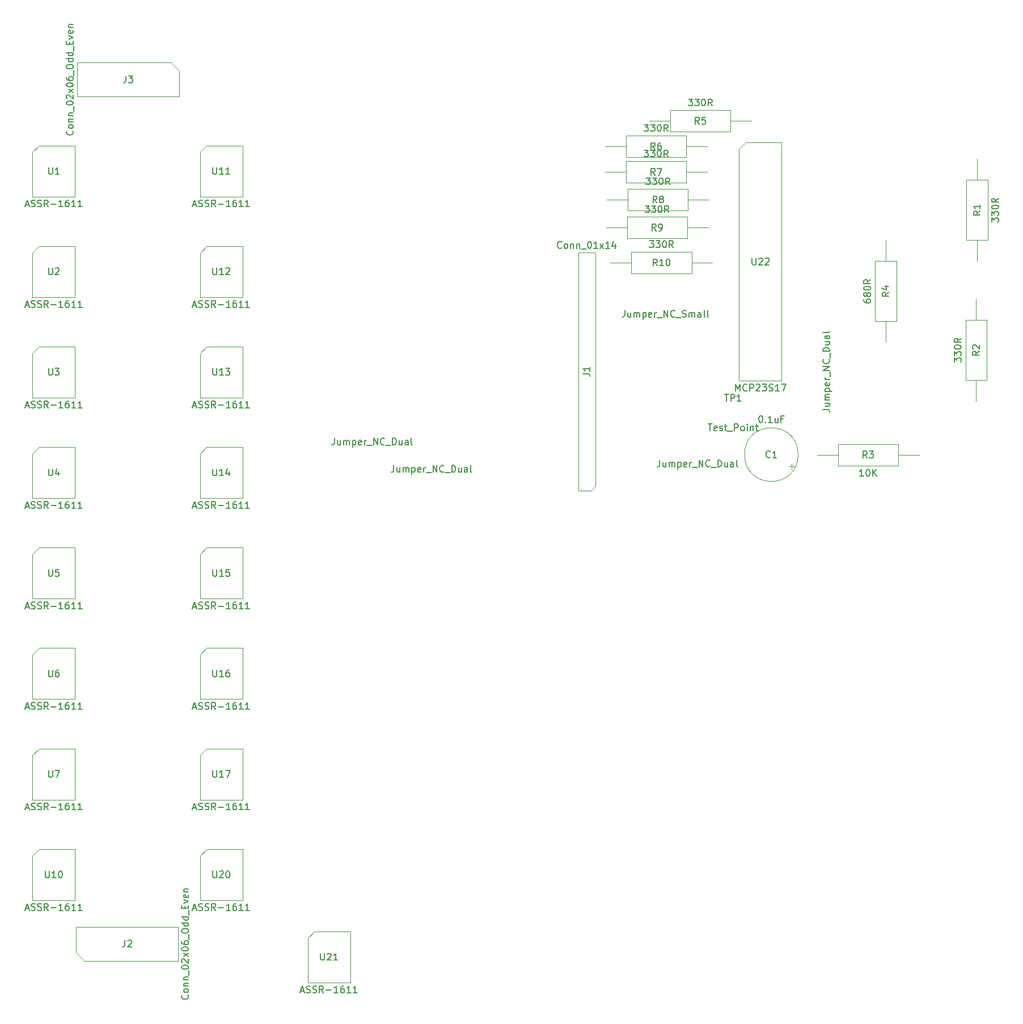
<source format=gbr>
%TF.GenerationSoftware,KiCad,Pcbnew,(5.1.9-0-10_14)*%
%TF.CreationDate,2021-03-09T15:00:21+00:00*%
%TF.ProjectId,Solar_Multiplexer,536f6c61-725f-44d7-956c-7469706c6578,rev?*%
%TF.SameCoordinates,Original*%
%TF.FileFunction,Other,Fab,Top*%
%FSLAX46Y46*%
G04 Gerber Fmt 4.6, Leading zero omitted, Abs format (unit mm)*
G04 Created by KiCad (PCBNEW (5.1.9-0-10_14)) date 2021-03-09 15:00:21*
%MOMM*%
%LPD*%
G01*
G04 APERTURE LIST*
%ADD10C,0.100000*%
%ADD11C,0.150000*%
G04 APERTURE END LIST*
D10*
%TO.C,R10*%
X-200950000Y-137810000D02*
X-200950000Y-134610000D01*
X-200950000Y-134610000D02*
X-209950000Y-134610000D01*
X-209950000Y-134610000D02*
X-209950000Y-137810000D01*
X-209950000Y-137810000D02*
X-200950000Y-137810000D01*
X-197830000Y-136210000D02*
X-200950000Y-136210000D01*
X-213070000Y-136210000D02*
X-209950000Y-136210000D01*
%TO.C,R9*%
X-201610000Y-132570000D02*
X-201610000Y-129370000D01*
X-201610000Y-129370000D02*
X-210610000Y-129370000D01*
X-210610000Y-129370000D02*
X-210610000Y-132570000D01*
X-210610000Y-132570000D02*
X-201610000Y-132570000D01*
X-198490000Y-130970000D02*
X-201610000Y-130970000D01*
X-213730000Y-130970000D02*
X-210610000Y-130970000D01*
%TO.C,R8*%
X-201470000Y-128420000D02*
X-201470000Y-125220000D01*
X-201470000Y-125220000D02*
X-210470000Y-125220000D01*
X-210470000Y-125220000D02*
X-210470000Y-128420000D01*
X-210470000Y-128420000D02*
X-201470000Y-128420000D01*
X-198350000Y-126820000D02*
X-201470000Y-126820000D01*
X-213590000Y-126820000D02*
X-210470000Y-126820000D01*
%TO.C,R7*%
X-201748000Y-124282000D02*
X-201748000Y-121082000D01*
X-201748000Y-121082000D02*
X-210748000Y-121082000D01*
X-210748000Y-121082000D02*
X-210748000Y-124282000D01*
X-210748000Y-124282000D02*
X-201748000Y-124282000D01*
X-198628000Y-122682000D02*
X-201748000Y-122682000D01*
X-213868000Y-122682000D02*
X-210748000Y-122682000D01*
%TO.C,R6*%
X-201748000Y-120472000D02*
X-201748000Y-117272000D01*
X-201748000Y-117272000D02*
X-210748000Y-117272000D01*
X-210748000Y-117272000D02*
X-210748000Y-120472000D01*
X-210748000Y-120472000D02*
X-201748000Y-120472000D01*
X-198628000Y-118872000D02*
X-201748000Y-118872000D01*
X-213868000Y-118872000D02*
X-210748000Y-118872000D01*
%TO.C,R5*%
X-195144000Y-116662000D02*
X-195144000Y-113462000D01*
X-195144000Y-113462000D02*
X-204144000Y-113462000D01*
X-204144000Y-113462000D02*
X-204144000Y-116662000D01*
X-204144000Y-116662000D02*
X-195144000Y-116662000D01*
X-192024000Y-115062000D02*
X-195144000Y-115062000D01*
X-207264000Y-115062000D02*
X-204144000Y-115062000D01*
%TO.C,U10*%
X-299365000Y-224730000D02*
X-298365000Y-223730000D01*
X-299365000Y-231350000D02*
X-299365000Y-224730000D01*
X-293015000Y-231350000D02*
X-299365000Y-231350000D01*
X-293015000Y-223730000D02*
X-293015000Y-231350000D01*
X-298365000Y-223730000D02*
X-293015000Y-223730000D01*
%TO.C,U22*%
X-193855000Y-119280000D02*
X-192855000Y-118280000D01*
X-193855000Y-153840000D02*
X-193855000Y-119280000D01*
X-187505000Y-153840000D02*
X-193855000Y-153840000D01*
X-187505000Y-118280000D02*
X-187505000Y-153840000D01*
X-192855000Y-118280000D02*
X-187505000Y-118280000D01*
%TO.C,U21*%
X-258275000Y-237030000D02*
X-257275000Y-236030000D01*
X-258275000Y-243650000D02*
X-258275000Y-237030000D01*
X-251925000Y-243650000D02*
X-258275000Y-243650000D01*
X-251925000Y-236030000D02*
X-251925000Y-243650000D01*
X-257275000Y-236030000D02*
X-251925000Y-236030000D01*
%TO.C,U20*%
X-274365000Y-224730000D02*
X-273365000Y-223730000D01*
X-274365000Y-231350000D02*
X-274365000Y-224730000D01*
X-268015000Y-231350000D02*
X-274365000Y-231350000D01*
X-268015000Y-223730000D02*
X-268015000Y-231350000D01*
X-273365000Y-223730000D02*
X-268015000Y-223730000D01*
%TO.C,U17*%
X-274365000Y-209730000D02*
X-273365000Y-208730000D01*
X-274365000Y-216350000D02*
X-274365000Y-209730000D01*
X-268015000Y-216350000D02*
X-274365000Y-216350000D01*
X-268015000Y-208730000D02*
X-268015000Y-216350000D01*
X-273365000Y-208730000D02*
X-268015000Y-208730000D01*
%TO.C,U16*%
X-274365000Y-194730000D02*
X-273365000Y-193730000D01*
X-274365000Y-201350000D02*
X-274365000Y-194730000D01*
X-268015000Y-201350000D02*
X-274365000Y-201350000D01*
X-268015000Y-193730000D02*
X-268015000Y-201350000D01*
X-273365000Y-193730000D02*
X-268015000Y-193730000D01*
%TO.C,U15*%
X-274365000Y-179730000D02*
X-273365000Y-178730000D01*
X-274365000Y-186350000D02*
X-274365000Y-179730000D01*
X-268015000Y-186350000D02*
X-274365000Y-186350000D01*
X-268015000Y-178730000D02*
X-268015000Y-186350000D01*
X-273365000Y-178730000D02*
X-268015000Y-178730000D01*
%TO.C,U14*%
X-274365000Y-164730000D02*
X-273365000Y-163730000D01*
X-274365000Y-171350000D02*
X-274365000Y-164730000D01*
X-268015000Y-171350000D02*
X-274365000Y-171350000D01*
X-268015000Y-163730000D02*
X-268015000Y-171350000D01*
X-273365000Y-163730000D02*
X-268015000Y-163730000D01*
%TO.C,U13*%
X-274365000Y-149730000D02*
X-273365000Y-148730000D01*
X-274365000Y-156350000D02*
X-274365000Y-149730000D01*
X-268015000Y-156350000D02*
X-274365000Y-156350000D01*
X-268015000Y-148730000D02*
X-268015000Y-156350000D01*
X-273365000Y-148730000D02*
X-268015000Y-148730000D01*
%TO.C,U12*%
X-274365000Y-134730000D02*
X-273365000Y-133730000D01*
X-274365000Y-141350000D02*
X-274365000Y-134730000D01*
X-268015000Y-141350000D02*
X-274365000Y-141350000D01*
X-268015000Y-133730000D02*
X-268015000Y-141350000D01*
X-273365000Y-133730000D02*
X-268015000Y-133730000D01*
%TO.C,U11*%
X-274365000Y-119730000D02*
X-273365000Y-118730000D01*
X-274365000Y-126350000D02*
X-274365000Y-119730000D01*
X-268015000Y-126350000D02*
X-274365000Y-126350000D01*
X-268015000Y-118730000D02*
X-268015000Y-126350000D01*
X-273365000Y-118730000D02*
X-268015000Y-118730000D01*
%TO.C,U7*%
X-299365000Y-209730000D02*
X-298365000Y-208730000D01*
X-299365000Y-216350000D02*
X-299365000Y-209730000D01*
X-293015000Y-216350000D02*
X-299365000Y-216350000D01*
X-293015000Y-208730000D02*
X-293015000Y-216350000D01*
X-298365000Y-208730000D02*
X-293015000Y-208730000D01*
%TO.C,U6*%
X-299365000Y-194730000D02*
X-298365000Y-193730000D01*
X-299365000Y-201350000D02*
X-299365000Y-194730000D01*
X-293015000Y-201350000D02*
X-299365000Y-201350000D01*
X-293015000Y-193730000D02*
X-293015000Y-201350000D01*
X-298365000Y-193730000D02*
X-293015000Y-193730000D01*
%TO.C,U5*%
X-299365000Y-179730000D02*
X-298365000Y-178730000D01*
X-299365000Y-186350000D02*
X-299365000Y-179730000D01*
X-293015000Y-186350000D02*
X-299365000Y-186350000D01*
X-293015000Y-178730000D02*
X-293015000Y-186350000D01*
X-298365000Y-178730000D02*
X-293015000Y-178730000D01*
%TO.C,U4*%
X-299365000Y-164730000D02*
X-298365000Y-163730000D01*
X-299365000Y-171350000D02*
X-299365000Y-164730000D01*
X-293015000Y-171350000D02*
X-299365000Y-171350000D01*
X-293015000Y-163730000D02*
X-293015000Y-171350000D01*
X-298365000Y-163730000D02*
X-293015000Y-163730000D01*
%TO.C,U3*%
X-299365000Y-149730000D02*
X-298365000Y-148730000D01*
X-299365000Y-156350000D02*
X-299365000Y-149730000D01*
X-293015000Y-156350000D02*
X-299365000Y-156350000D01*
X-293015000Y-148730000D02*
X-293015000Y-156350000D01*
X-298365000Y-148730000D02*
X-293015000Y-148730000D01*
%TO.C,U2*%
X-299365000Y-134730000D02*
X-298365000Y-133730000D01*
X-299365000Y-141350000D02*
X-299365000Y-134730000D01*
X-293015000Y-141350000D02*
X-299365000Y-141350000D01*
X-293015000Y-133730000D02*
X-293015000Y-141350000D01*
X-298365000Y-133730000D02*
X-293015000Y-133730000D01*
%TO.C,U1*%
X-299365000Y-119730000D02*
X-298365000Y-118730000D01*
X-299365000Y-126350000D02*
X-299365000Y-119730000D01*
X-293015000Y-126350000D02*
X-299365000Y-126350000D01*
X-293015000Y-118730000D02*
X-293015000Y-126350000D01*
X-298365000Y-118730000D02*
X-293015000Y-118730000D01*
%TO.C,R4*%
X-171958000Y-148082000D02*
X-171958000Y-144962000D01*
X-171958000Y-132842000D02*
X-171958000Y-135962000D01*
X-170358000Y-144962000D02*
X-170358000Y-135962000D01*
X-173558000Y-144962000D02*
X-170358000Y-144962000D01*
X-173558000Y-135962000D02*
X-173558000Y-144962000D01*
X-170358000Y-135962000D02*
X-173558000Y-135962000D01*
%TO.C,R3*%
X-166980000Y-164890000D02*
X-170100000Y-164890000D01*
X-182220000Y-164890000D02*
X-179100000Y-164890000D01*
X-170100000Y-163290000D02*
X-179100000Y-163290000D01*
X-170100000Y-166490000D02*
X-170100000Y-163290000D01*
X-179100000Y-166490000D02*
X-170100000Y-166490000D01*
X-179100000Y-163290000D02*
X-179100000Y-166490000D01*
%TO.C,R2*%
X-158460000Y-156870000D02*
X-158460000Y-153750000D01*
X-158460000Y-141630000D02*
X-158460000Y-144750000D01*
X-156860000Y-153750000D02*
X-156860000Y-144750000D01*
X-160060000Y-153750000D02*
X-156860000Y-153750000D01*
X-160060000Y-144750000D02*
X-160060000Y-153750000D01*
X-156860000Y-144750000D02*
X-160060000Y-144750000D01*
%TO.C,R1*%
X-158320000Y-120730000D02*
X-158320000Y-123850000D01*
X-158320000Y-135970000D02*
X-158320000Y-132850000D01*
X-159920000Y-123850000D02*
X-159920000Y-132850000D01*
X-156720000Y-123850000D02*
X-159920000Y-123850000D01*
X-156720000Y-132850000D02*
X-156720000Y-123850000D01*
X-159920000Y-132850000D02*
X-156720000Y-132850000D01*
%TO.C,J3*%
X-278730000Y-106340000D02*
X-277460000Y-107610000D01*
X-292700000Y-106340000D02*
X-278730000Y-106340000D01*
X-292700000Y-111420000D02*
X-292700000Y-106340000D01*
X-277460000Y-111420000D02*
X-292700000Y-111420000D01*
X-277460000Y-107610000D02*
X-277460000Y-111420000D01*
%TO.C,J2*%
X-291570000Y-240390000D02*
X-292840000Y-239120000D01*
X-277600000Y-240390000D02*
X-291570000Y-240390000D01*
X-277600000Y-235310000D02*
X-277600000Y-240390000D01*
X-292840000Y-235310000D02*
X-277600000Y-235310000D01*
X-292840000Y-239120000D02*
X-292840000Y-235310000D01*
%TO.C,J1*%
X-215340000Y-169585000D02*
X-215975000Y-170220000D01*
X-215340000Y-134660000D02*
X-215340000Y-169585000D01*
X-217880000Y-134660000D02*
X-215340000Y-134660000D01*
X-217880000Y-170220000D02*
X-217880000Y-134660000D01*
X-215975000Y-170220000D02*
X-217880000Y-170220000D01*
%TO.C,C1*%
X-186023241Y-166997500D02*
X-186023241Y-166197500D01*
X-185623241Y-166597500D02*
X-186423241Y-166597500D01*
X-185050000Y-164850000D02*
G75*
G03*
X-185050000Y-164850000I-4000000J0D01*
G01*
%TD*%
%TO.C,R10*%
D11*
X-207235714Y-132942380D02*
X-206616666Y-132942380D01*
X-206950000Y-133323333D01*
X-206807142Y-133323333D01*
X-206711904Y-133370952D01*
X-206664285Y-133418571D01*
X-206616666Y-133513809D01*
X-206616666Y-133751904D01*
X-206664285Y-133847142D01*
X-206711904Y-133894761D01*
X-206807142Y-133942380D01*
X-207092857Y-133942380D01*
X-207188095Y-133894761D01*
X-207235714Y-133847142D01*
X-206283333Y-132942380D02*
X-205664285Y-132942380D01*
X-205997619Y-133323333D01*
X-205854761Y-133323333D01*
X-205759523Y-133370952D01*
X-205711904Y-133418571D01*
X-205664285Y-133513809D01*
X-205664285Y-133751904D01*
X-205711904Y-133847142D01*
X-205759523Y-133894761D01*
X-205854761Y-133942380D01*
X-206140476Y-133942380D01*
X-206235714Y-133894761D01*
X-206283333Y-133847142D01*
X-205045238Y-132942380D02*
X-204950000Y-132942380D01*
X-204854761Y-132990000D01*
X-204807142Y-133037619D01*
X-204759523Y-133132857D01*
X-204711904Y-133323333D01*
X-204711904Y-133561428D01*
X-204759523Y-133751904D01*
X-204807142Y-133847142D01*
X-204854761Y-133894761D01*
X-204950000Y-133942380D01*
X-205045238Y-133942380D01*
X-205140476Y-133894761D01*
X-205188095Y-133847142D01*
X-205235714Y-133751904D01*
X-205283333Y-133561428D01*
X-205283333Y-133323333D01*
X-205235714Y-133132857D01*
X-205188095Y-133037619D01*
X-205140476Y-132990000D01*
X-205045238Y-132942380D01*
X-203711904Y-133942380D02*
X-204045238Y-133466190D01*
X-204283333Y-133942380D02*
X-204283333Y-132942380D01*
X-203902380Y-132942380D01*
X-203807142Y-132990000D01*
X-203759523Y-133037619D01*
X-203711904Y-133132857D01*
X-203711904Y-133275714D01*
X-203759523Y-133370952D01*
X-203807142Y-133418571D01*
X-203902380Y-133466190D01*
X-204283333Y-133466190D01*
X-206092857Y-136662380D02*
X-206426190Y-136186190D01*
X-206664285Y-136662380D02*
X-206664285Y-135662380D01*
X-206283333Y-135662380D01*
X-206188095Y-135710000D01*
X-206140476Y-135757619D01*
X-206092857Y-135852857D01*
X-206092857Y-135995714D01*
X-206140476Y-136090952D01*
X-206188095Y-136138571D01*
X-206283333Y-136186190D01*
X-206664285Y-136186190D01*
X-205140476Y-136662380D02*
X-205711904Y-136662380D01*
X-205426190Y-136662380D02*
X-205426190Y-135662380D01*
X-205521428Y-135805238D01*
X-205616666Y-135900476D01*
X-205711904Y-135948095D01*
X-204521428Y-135662380D02*
X-204426190Y-135662380D01*
X-204330952Y-135710000D01*
X-204283333Y-135757619D01*
X-204235714Y-135852857D01*
X-204188095Y-136043333D01*
X-204188095Y-136281428D01*
X-204235714Y-136471904D01*
X-204283333Y-136567142D01*
X-204330952Y-136614761D01*
X-204426190Y-136662380D01*
X-204521428Y-136662380D01*
X-204616666Y-136614761D01*
X-204664285Y-136567142D01*
X-204711904Y-136471904D01*
X-204759523Y-136281428D01*
X-204759523Y-136043333D01*
X-204711904Y-135852857D01*
X-204664285Y-135757619D01*
X-204616666Y-135710000D01*
X-204521428Y-135662380D01*
%TO.C,R9*%
X-207895714Y-127702380D02*
X-207276666Y-127702380D01*
X-207610000Y-128083333D01*
X-207467142Y-128083333D01*
X-207371904Y-128130952D01*
X-207324285Y-128178571D01*
X-207276666Y-128273809D01*
X-207276666Y-128511904D01*
X-207324285Y-128607142D01*
X-207371904Y-128654761D01*
X-207467142Y-128702380D01*
X-207752857Y-128702380D01*
X-207848095Y-128654761D01*
X-207895714Y-128607142D01*
X-206943333Y-127702380D02*
X-206324285Y-127702380D01*
X-206657619Y-128083333D01*
X-206514761Y-128083333D01*
X-206419523Y-128130952D01*
X-206371904Y-128178571D01*
X-206324285Y-128273809D01*
X-206324285Y-128511904D01*
X-206371904Y-128607142D01*
X-206419523Y-128654761D01*
X-206514761Y-128702380D01*
X-206800476Y-128702380D01*
X-206895714Y-128654761D01*
X-206943333Y-128607142D01*
X-205705238Y-127702380D02*
X-205610000Y-127702380D01*
X-205514761Y-127750000D01*
X-205467142Y-127797619D01*
X-205419523Y-127892857D01*
X-205371904Y-128083333D01*
X-205371904Y-128321428D01*
X-205419523Y-128511904D01*
X-205467142Y-128607142D01*
X-205514761Y-128654761D01*
X-205610000Y-128702380D01*
X-205705238Y-128702380D01*
X-205800476Y-128654761D01*
X-205848095Y-128607142D01*
X-205895714Y-128511904D01*
X-205943333Y-128321428D01*
X-205943333Y-128083333D01*
X-205895714Y-127892857D01*
X-205848095Y-127797619D01*
X-205800476Y-127750000D01*
X-205705238Y-127702380D01*
X-204371904Y-128702380D02*
X-204705238Y-128226190D01*
X-204943333Y-128702380D02*
X-204943333Y-127702380D01*
X-204562380Y-127702380D01*
X-204467142Y-127750000D01*
X-204419523Y-127797619D01*
X-204371904Y-127892857D01*
X-204371904Y-128035714D01*
X-204419523Y-128130952D01*
X-204467142Y-128178571D01*
X-204562380Y-128226190D01*
X-204943333Y-128226190D01*
X-206276666Y-131422380D02*
X-206610000Y-130946190D01*
X-206848095Y-131422380D02*
X-206848095Y-130422380D01*
X-206467142Y-130422380D01*
X-206371904Y-130470000D01*
X-206324285Y-130517619D01*
X-206276666Y-130612857D01*
X-206276666Y-130755714D01*
X-206324285Y-130850952D01*
X-206371904Y-130898571D01*
X-206467142Y-130946190D01*
X-206848095Y-130946190D01*
X-205800476Y-131422380D02*
X-205610000Y-131422380D01*
X-205514761Y-131374761D01*
X-205467142Y-131327142D01*
X-205371904Y-131184285D01*
X-205324285Y-130993809D01*
X-205324285Y-130612857D01*
X-205371904Y-130517619D01*
X-205419523Y-130470000D01*
X-205514761Y-130422380D01*
X-205705238Y-130422380D01*
X-205800476Y-130470000D01*
X-205848095Y-130517619D01*
X-205895714Y-130612857D01*
X-205895714Y-130850952D01*
X-205848095Y-130946190D01*
X-205800476Y-130993809D01*
X-205705238Y-131041428D01*
X-205514761Y-131041428D01*
X-205419523Y-130993809D01*
X-205371904Y-130946190D01*
X-205324285Y-130850952D01*
%TO.C,R8*%
X-207755714Y-123552380D02*
X-207136666Y-123552380D01*
X-207470000Y-123933333D01*
X-207327142Y-123933333D01*
X-207231904Y-123980952D01*
X-207184285Y-124028571D01*
X-207136666Y-124123809D01*
X-207136666Y-124361904D01*
X-207184285Y-124457142D01*
X-207231904Y-124504761D01*
X-207327142Y-124552380D01*
X-207612857Y-124552380D01*
X-207708095Y-124504761D01*
X-207755714Y-124457142D01*
X-206803333Y-123552380D02*
X-206184285Y-123552380D01*
X-206517619Y-123933333D01*
X-206374761Y-123933333D01*
X-206279523Y-123980952D01*
X-206231904Y-124028571D01*
X-206184285Y-124123809D01*
X-206184285Y-124361904D01*
X-206231904Y-124457142D01*
X-206279523Y-124504761D01*
X-206374761Y-124552380D01*
X-206660476Y-124552380D01*
X-206755714Y-124504761D01*
X-206803333Y-124457142D01*
X-205565238Y-123552380D02*
X-205470000Y-123552380D01*
X-205374761Y-123600000D01*
X-205327142Y-123647619D01*
X-205279523Y-123742857D01*
X-205231904Y-123933333D01*
X-205231904Y-124171428D01*
X-205279523Y-124361904D01*
X-205327142Y-124457142D01*
X-205374761Y-124504761D01*
X-205470000Y-124552380D01*
X-205565238Y-124552380D01*
X-205660476Y-124504761D01*
X-205708095Y-124457142D01*
X-205755714Y-124361904D01*
X-205803333Y-124171428D01*
X-205803333Y-123933333D01*
X-205755714Y-123742857D01*
X-205708095Y-123647619D01*
X-205660476Y-123600000D01*
X-205565238Y-123552380D01*
X-204231904Y-124552380D02*
X-204565238Y-124076190D01*
X-204803333Y-124552380D02*
X-204803333Y-123552380D01*
X-204422380Y-123552380D01*
X-204327142Y-123600000D01*
X-204279523Y-123647619D01*
X-204231904Y-123742857D01*
X-204231904Y-123885714D01*
X-204279523Y-123980952D01*
X-204327142Y-124028571D01*
X-204422380Y-124076190D01*
X-204803333Y-124076190D01*
X-206136666Y-127272380D02*
X-206470000Y-126796190D01*
X-206708095Y-127272380D02*
X-206708095Y-126272380D01*
X-206327142Y-126272380D01*
X-206231904Y-126320000D01*
X-206184285Y-126367619D01*
X-206136666Y-126462857D01*
X-206136666Y-126605714D01*
X-206184285Y-126700952D01*
X-206231904Y-126748571D01*
X-206327142Y-126796190D01*
X-206708095Y-126796190D01*
X-205565238Y-126700952D02*
X-205660476Y-126653333D01*
X-205708095Y-126605714D01*
X-205755714Y-126510476D01*
X-205755714Y-126462857D01*
X-205708095Y-126367619D01*
X-205660476Y-126320000D01*
X-205565238Y-126272380D01*
X-205374761Y-126272380D01*
X-205279523Y-126320000D01*
X-205231904Y-126367619D01*
X-205184285Y-126462857D01*
X-205184285Y-126510476D01*
X-205231904Y-126605714D01*
X-205279523Y-126653333D01*
X-205374761Y-126700952D01*
X-205565238Y-126700952D01*
X-205660476Y-126748571D01*
X-205708095Y-126796190D01*
X-205755714Y-126891428D01*
X-205755714Y-127081904D01*
X-205708095Y-127177142D01*
X-205660476Y-127224761D01*
X-205565238Y-127272380D01*
X-205374761Y-127272380D01*
X-205279523Y-127224761D01*
X-205231904Y-127177142D01*
X-205184285Y-127081904D01*
X-205184285Y-126891428D01*
X-205231904Y-126796190D01*
X-205279523Y-126748571D01*
X-205374761Y-126700952D01*
%TO.C,R7*%
X-208033714Y-119414380D02*
X-207414666Y-119414380D01*
X-207748000Y-119795333D01*
X-207605142Y-119795333D01*
X-207509904Y-119842952D01*
X-207462285Y-119890571D01*
X-207414666Y-119985809D01*
X-207414666Y-120223904D01*
X-207462285Y-120319142D01*
X-207509904Y-120366761D01*
X-207605142Y-120414380D01*
X-207890857Y-120414380D01*
X-207986095Y-120366761D01*
X-208033714Y-120319142D01*
X-207081333Y-119414380D02*
X-206462285Y-119414380D01*
X-206795619Y-119795333D01*
X-206652761Y-119795333D01*
X-206557523Y-119842952D01*
X-206509904Y-119890571D01*
X-206462285Y-119985809D01*
X-206462285Y-120223904D01*
X-206509904Y-120319142D01*
X-206557523Y-120366761D01*
X-206652761Y-120414380D01*
X-206938476Y-120414380D01*
X-207033714Y-120366761D01*
X-207081333Y-120319142D01*
X-205843238Y-119414380D02*
X-205748000Y-119414380D01*
X-205652761Y-119462000D01*
X-205605142Y-119509619D01*
X-205557523Y-119604857D01*
X-205509904Y-119795333D01*
X-205509904Y-120033428D01*
X-205557523Y-120223904D01*
X-205605142Y-120319142D01*
X-205652761Y-120366761D01*
X-205748000Y-120414380D01*
X-205843238Y-120414380D01*
X-205938476Y-120366761D01*
X-205986095Y-120319142D01*
X-206033714Y-120223904D01*
X-206081333Y-120033428D01*
X-206081333Y-119795333D01*
X-206033714Y-119604857D01*
X-205986095Y-119509619D01*
X-205938476Y-119462000D01*
X-205843238Y-119414380D01*
X-204509904Y-120414380D02*
X-204843238Y-119938190D01*
X-205081333Y-120414380D02*
X-205081333Y-119414380D01*
X-204700380Y-119414380D01*
X-204605142Y-119462000D01*
X-204557523Y-119509619D01*
X-204509904Y-119604857D01*
X-204509904Y-119747714D01*
X-204557523Y-119842952D01*
X-204605142Y-119890571D01*
X-204700380Y-119938190D01*
X-205081333Y-119938190D01*
X-206414666Y-123134380D02*
X-206748000Y-122658190D01*
X-206986095Y-123134380D02*
X-206986095Y-122134380D01*
X-206605142Y-122134380D01*
X-206509904Y-122182000D01*
X-206462285Y-122229619D01*
X-206414666Y-122324857D01*
X-206414666Y-122467714D01*
X-206462285Y-122562952D01*
X-206509904Y-122610571D01*
X-206605142Y-122658190D01*
X-206986095Y-122658190D01*
X-206081333Y-122134380D02*
X-205414666Y-122134380D01*
X-205843238Y-123134380D01*
%TO.C,R6*%
X-208033714Y-115604380D02*
X-207414666Y-115604380D01*
X-207748000Y-115985333D01*
X-207605142Y-115985333D01*
X-207509904Y-116032952D01*
X-207462285Y-116080571D01*
X-207414666Y-116175809D01*
X-207414666Y-116413904D01*
X-207462285Y-116509142D01*
X-207509904Y-116556761D01*
X-207605142Y-116604380D01*
X-207890857Y-116604380D01*
X-207986095Y-116556761D01*
X-208033714Y-116509142D01*
X-207081333Y-115604380D02*
X-206462285Y-115604380D01*
X-206795619Y-115985333D01*
X-206652761Y-115985333D01*
X-206557523Y-116032952D01*
X-206509904Y-116080571D01*
X-206462285Y-116175809D01*
X-206462285Y-116413904D01*
X-206509904Y-116509142D01*
X-206557523Y-116556761D01*
X-206652761Y-116604380D01*
X-206938476Y-116604380D01*
X-207033714Y-116556761D01*
X-207081333Y-116509142D01*
X-205843238Y-115604380D02*
X-205748000Y-115604380D01*
X-205652761Y-115652000D01*
X-205605142Y-115699619D01*
X-205557523Y-115794857D01*
X-205509904Y-115985333D01*
X-205509904Y-116223428D01*
X-205557523Y-116413904D01*
X-205605142Y-116509142D01*
X-205652761Y-116556761D01*
X-205748000Y-116604380D01*
X-205843238Y-116604380D01*
X-205938476Y-116556761D01*
X-205986095Y-116509142D01*
X-206033714Y-116413904D01*
X-206081333Y-116223428D01*
X-206081333Y-115985333D01*
X-206033714Y-115794857D01*
X-205986095Y-115699619D01*
X-205938476Y-115652000D01*
X-205843238Y-115604380D01*
X-204509904Y-116604380D02*
X-204843238Y-116128190D01*
X-205081333Y-116604380D02*
X-205081333Y-115604380D01*
X-204700380Y-115604380D01*
X-204605142Y-115652000D01*
X-204557523Y-115699619D01*
X-204509904Y-115794857D01*
X-204509904Y-115937714D01*
X-204557523Y-116032952D01*
X-204605142Y-116080571D01*
X-204700380Y-116128190D01*
X-205081333Y-116128190D01*
X-206414666Y-119324380D02*
X-206748000Y-118848190D01*
X-206986095Y-119324380D02*
X-206986095Y-118324380D01*
X-206605142Y-118324380D01*
X-206509904Y-118372000D01*
X-206462285Y-118419619D01*
X-206414666Y-118514857D01*
X-206414666Y-118657714D01*
X-206462285Y-118752952D01*
X-206509904Y-118800571D01*
X-206605142Y-118848190D01*
X-206986095Y-118848190D01*
X-205557523Y-118324380D02*
X-205748000Y-118324380D01*
X-205843238Y-118372000D01*
X-205890857Y-118419619D01*
X-205986095Y-118562476D01*
X-206033714Y-118752952D01*
X-206033714Y-119133904D01*
X-205986095Y-119229142D01*
X-205938476Y-119276761D01*
X-205843238Y-119324380D01*
X-205652761Y-119324380D01*
X-205557523Y-119276761D01*
X-205509904Y-119229142D01*
X-205462285Y-119133904D01*
X-205462285Y-118895809D01*
X-205509904Y-118800571D01*
X-205557523Y-118752952D01*
X-205652761Y-118705333D01*
X-205843238Y-118705333D01*
X-205938476Y-118752952D01*
X-205986095Y-118800571D01*
X-206033714Y-118895809D01*
%TO.C,R5*%
X-201429714Y-111794380D02*
X-200810666Y-111794380D01*
X-201144000Y-112175333D01*
X-201001142Y-112175333D01*
X-200905904Y-112222952D01*
X-200858285Y-112270571D01*
X-200810666Y-112365809D01*
X-200810666Y-112603904D01*
X-200858285Y-112699142D01*
X-200905904Y-112746761D01*
X-201001142Y-112794380D01*
X-201286857Y-112794380D01*
X-201382095Y-112746761D01*
X-201429714Y-112699142D01*
X-200477333Y-111794380D02*
X-199858285Y-111794380D01*
X-200191619Y-112175333D01*
X-200048761Y-112175333D01*
X-199953523Y-112222952D01*
X-199905904Y-112270571D01*
X-199858285Y-112365809D01*
X-199858285Y-112603904D01*
X-199905904Y-112699142D01*
X-199953523Y-112746761D01*
X-200048761Y-112794380D01*
X-200334476Y-112794380D01*
X-200429714Y-112746761D01*
X-200477333Y-112699142D01*
X-199239238Y-111794380D02*
X-199144000Y-111794380D01*
X-199048761Y-111842000D01*
X-199001142Y-111889619D01*
X-198953523Y-111984857D01*
X-198905904Y-112175333D01*
X-198905904Y-112413428D01*
X-198953523Y-112603904D01*
X-199001142Y-112699142D01*
X-199048761Y-112746761D01*
X-199144000Y-112794380D01*
X-199239238Y-112794380D01*
X-199334476Y-112746761D01*
X-199382095Y-112699142D01*
X-199429714Y-112603904D01*
X-199477333Y-112413428D01*
X-199477333Y-112175333D01*
X-199429714Y-111984857D01*
X-199382095Y-111889619D01*
X-199334476Y-111842000D01*
X-199239238Y-111794380D01*
X-197905904Y-112794380D02*
X-198239238Y-112318190D01*
X-198477333Y-112794380D02*
X-198477333Y-111794380D01*
X-198096380Y-111794380D01*
X-198001142Y-111842000D01*
X-197953523Y-111889619D01*
X-197905904Y-111984857D01*
X-197905904Y-112127714D01*
X-197953523Y-112222952D01*
X-198001142Y-112270571D01*
X-198096380Y-112318190D01*
X-198477333Y-112318190D01*
X-199810666Y-115514380D02*
X-200144000Y-115038190D01*
X-200382095Y-115514380D02*
X-200382095Y-114514380D01*
X-200001142Y-114514380D01*
X-199905904Y-114562000D01*
X-199858285Y-114609619D01*
X-199810666Y-114704857D01*
X-199810666Y-114847714D01*
X-199858285Y-114942952D01*
X-199905904Y-114990571D01*
X-200001142Y-115038190D01*
X-200382095Y-115038190D01*
X-198905904Y-114514380D02*
X-199382095Y-114514380D01*
X-199429714Y-114990571D01*
X-199382095Y-114942952D01*
X-199286857Y-114895333D01*
X-199048761Y-114895333D01*
X-198953523Y-114942952D01*
X-198905904Y-114990571D01*
X-198858285Y-115085809D01*
X-198858285Y-115323904D01*
X-198905904Y-115419142D01*
X-198953523Y-115466761D01*
X-199048761Y-115514380D01*
X-199286857Y-115514380D01*
X-199382095Y-115466761D01*
X-199429714Y-115419142D01*
%TO.C,U10*%
X-300404285Y-232576666D02*
X-299928095Y-232576666D01*
X-300499523Y-232862380D02*
X-300166190Y-231862380D01*
X-299832857Y-232862380D01*
X-299547142Y-232814761D02*
X-299404285Y-232862380D01*
X-299166190Y-232862380D01*
X-299070952Y-232814761D01*
X-299023333Y-232767142D01*
X-298975714Y-232671904D01*
X-298975714Y-232576666D01*
X-299023333Y-232481428D01*
X-299070952Y-232433809D01*
X-299166190Y-232386190D01*
X-299356666Y-232338571D01*
X-299451904Y-232290952D01*
X-299499523Y-232243333D01*
X-299547142Y-232148095D01*
X-299547142Y-232052857D01*
X-299499523Y-231957619D01*
X-299451904Y-231910000D01*
X-299356666Y-231862380D01*
X-299118571Y-231862380D01*
X-298975714Y-231910000D01*
X-298594761Y-232814761D02*
X-298451904Y-232862380D01*
X-298213809Y-232862380D01*
X-298118571Y-232814761D01*
X-298070952Y-232767142D01*
X-298023333Y-232671904D01*
X-298023333Y-232576666D01*
X-298070952Y-232481428D01*
X-298118571Y-232433809D01*
X-298213809Y-232386190D01*
X-298404285Y-232338571D01*
X-298499523Y-232290952D01*
X-298547142Y-232243333D01*
X-298594761Y-232148095D01*
X-298594761Y-232052857D01*
X-298547142Y-231957619D01*
X-298499523Y-231910000D01*
X-298404285Y-231862380D01*
X-298166190Y-231862380D01*
X-298023333Y-231910000D01*
X-297023333Y-232862380D02*
X-297356666Y-232386190D01*
X-297594761Y-232862380D02*
X-297594761Y-231862380D01*
X-297213809Y-231862380D01*
X-297118571Y-231910000D01*
X-297070952Y-231957619D01*
X-297023333Y-232052857D01*
X-297023333Y-232195714D01*
X-297070952Y-232290952D01*
X-297118571Y-232338571D01*
X-297213809Y-232386190D01*
X-297594761Y-232386190D01*
X-296594761Y-232481428D02*
X-295832857Y-232481428D01*
X-294832857Y-232862380D02*
X-295404285Y-232862380D01*
X-295118571Y-232862380D02*
X-295118571Y-231862380D01*
X-295213809Y-232005238D01*
X-295309047Y-232100476D01*
X-295404285Y-232148095D01*
X-293975714Y-231862380D02*
X-294166190Y-231862380D01*
X-294261428Y-231910000D01*
X-294309047Y-231957619D01*
X-294404285Y-232100476D01*
X-294451904Y-232290952D01*
X-294451904Y-232671904D01*
X-294404285Y-232767142D01*
X-294356666Y-232814761D01*
X-294261428Y-232862380D01*
X-294070952Y-232862380D01*
X-293975714Y-232814761D01*
X-293928095Y-232767142D01*
X-293880476Y-232671904D01*
X-293880476Y-232433809D01*
X-293928095Y-232338571D01*
X-293975714Y-232290952D01*
X-294070952Y-232243333D01*
X-294261428Y-232243333D01*
X-294356666Y-232290952D01*
X-294404285Y-232338571D01*
X-294451904Y-232433809D01*
X-292928095Y-232862380D02*
X-293499523Y-232862380D01*
X-293213809Y-232862380D02*
X-293213809Y-231862380D01*
X-293309047Y-232005238D01*
X-293404285Y-232100476D01*
X-293499523Y-232148095D01*
X-291975714Y-232862380D02*
X-292547142Y-232862380D01*
X-292261428Y-232862380D02*
X-292261428Y-231862380D01*
X-292356666Y-232005238D01*
X-292451904Y-232100476D01*
X-292547142Y-232148095D01*
X-297428095Y-226992380D02*
X-297428095Y-227801904D01*
X-297380476Y-227897142D01*
X-297332857Y-227944761D01*
X-297237619Y-227992380D01*
X-297047142Y-227992380D01*
X-296951904Y-227944761D01*
X-296904285Y-227897142D01*
X-296856666Y-227801904D01*
X-296856666Y-226992380D01*
X-295856666Y-227992380D02*
X-296428095Y-227992380D01*
X-296142380Y-227992380D02*
X-296142380Y-226992380D01*
X-296237619Y-227135238D01*
X-296332857Y-227230476D01*
X-296428095Y-227278095D01*
X-295237619Y-226992380D02*
X-295142380Y-226992380D01*
X-295047142Y-227040000D01*
X-294999523Y-227087619D01*
X-294951904Y-227182857D01*
X-294904285Y-227373333D01*
X-294904285Y-227611428D01*
X-294951904Y-227801904D01*
X-294999523Y-227897142D01*
X-295047142Y-227944761D01*
X-295142380Y-227992380D01*
X-295237619Y-227992380D01*
X-295332857Y-227944761D01*
X-295380476Y-227897142D01*
X-295428095Y-227801904D01*
X-295475714Y-227611428D01*
X-295475714Y-227373333D01*
X-295428095Y-227182857D01*
X-295380476Y-227087619D01*
X-295332857Y-227040000D01*
X-295237619Y-226992380D01*
%TO.C,U22*%
X-194394285Y-155352380D02*
X-194394285Y-154352380D01*
X-194060952Y-155066666D01*
X-193727619Y-154352380D01*
X-193727619Y-155352380D01*
X-192680000Y-155257142D02*
X-192727619Y-155304761D01*
X-192870476Y-155352380D01*
X-192965714Y-155352380D01*
X-193108571Y-155304761D01*
X-193203809Y-155209523D01*
X-193251428Y-155114285D01*
X-193299047Y-154923809D01*
X-193299047Y-154780952D01*
X-193251428Y-154590476D01*
X-193203809Y-154495238D01*
X-193108571Y-154400000D01*
X-192965714Y-154352380D01*
X-192870476Y-154352380D01*
X-192727619Y-154400000D01*
X-192680000Y-154447619D01*
X-192251428Y-155352380D02*
X-192251428Y-154352380D01*
X-191870476Y-154352380D01*
X-191775238Y-154400000D01*
X-191727619Y-154447619D01*
X-191680000Y-154542857D01*
X-191680000Y-154685714D01*
X-191727619Y-154780952D01*
X-191775238Y-154828571D01*
X-191870476Y-154876190D01*
X-192251428Y-154876190D01*
X-191299047Y-154447619D02*
X-191251428Y-154400000D01*
X-191156190Y-154352380D01*
X-190918095Y-154352380D01*
X-190822857Y-154400000D01*
X-190775238Y-154447619D01*
X-190727619Y-154542857D01*
X-190727619Y-154638095D01*
X-190775238Y-154780952D01*
X-191346666Y-155352380D01*
X-190727619Y-155352380D01*
X-190394285Y-154352380D02*
X-189775238Y-154352380D01*
X-190108571Y-154733333D01*
X-189965714Y-154733333D01*
X-189870476Y-154780952D01*
X-189822857Y-154828571D01*
X-189775238Y-154923809D01*
X-189775238Y-155161904D01*
X-189822857Y-155257142D01*
X-189870476Y-155304761D01*
X-189965714Y-155352380D01*
X-190251428Y-155352380D01*
X-190346666Y-155304761D01*
X-190394285Y-155257142D01*
X-189394285Y-155304761D02*
X-189251428Y-155352380D01*
X-189013333Y-155352380D01*
X-188918095Y-155304761D01*
X-188870476Y-155257142D01*
X-188822857Y-155161904D01*
X-188822857Y-155066666D01*
X-188870476Y-154971428D01*
X-188918095Y-154923809D01*
X-189013333Y-154876190D01*
X-189203809Y-154828571D01*
X-189299047Y-154780952D01*
X-189346666Y-154733333D01*
X-189394285Y-154638095D01*
X-189394285Y-154542857D01*
X-189346666Y-154447619D01*
X-189299047Y-154400000D01*
X-189203809Y-154352380D01*
X-188965714Y-154352380D01*
X-188822857Y-154400000D01*
X-187870476Y-155352380D02*
X-188441904Y-155352380D01*
X-188156190Y-155352380D02*
X-188156190Y-154352380D01*
X-188251428Y-154495238D01*
X-188346666Y-154590476D01*
X-188441904Y-154638095D01*
X-187537142Y-154352380D02*
X-186870476Y-154352380D01*
X-187299047Y-155352380D01*
X-191918095Y-135512380D02*
X-191918095Y-136321904D01*
X-191870476Y-136417142D01*
X-191822857Y-136464761D01*
X-191727619Y-136512380D01*
X-191537142Y-136512380D01*
X-191441904Y-136464761D01*
X-191394285Y-136417142D01*
X-191346666Y-136321904D01*
X-191346666Y-135512380D01*
X-190918095Y-135607619D02*
X-190870476Y-135560000D01*
X-190775238Y-135512380D01*
X-190537142Y-135512380D01*
X-190441904Y-135560000D01*
X-190394285Y-135607619D01*
X-190346666Y-135702857D01*
X-190346666Y-135798095D01*
X-190394285Y-135940952D01*
X-190965714Y-136512380D01*
X-190346666Y-136512380D01*
X-189965714Y-135607619D02*
X-189918095Y-135560000D01*
X-189822857Y-135512380D01*
X-189584761Y-135512380D01*
X-189489523Y-135560000D01*
X-189441904Y-135607619D01*
X-189394285Y-135702857D01*
X-189394285Y-135798095D01*
X-189441904Y-135940952D01*
X-190013333Y-136512380D01*
X-189394285Y-136512380D01*
%TO.C,U21*%
X-259314285Y-244876666D02*
X-258838095Y-244876666D01*
X-259409523Y-245162380D02*
X-259076190Y-244162380D01*
X-258742857Y-245162380D01*
X-258457142Y-245114761D02*
X-258314285Y-245162380D01*
X-258076190Y-245162380D01*
X-257980952Y-245114761D01*
X-257933333Y-245067142D01*
X-257885714Y-244971904D01*
X-257885714Y-244876666D01*
X-257933333Y-244781428D01*
X-257980952Y-244733809D01*
X-258076190Y-244686190D01*
X-258266666Y-244638571D01*
X-258361904Y-244590952D01*
X-258409523Y-244543333D01*
X-258457142Y-244448095D01*
X-258457142Y-244352857D01*
X-258409523Y-244257619D01*
X-258361904Y-244210000D01*
X-258266666Y-244162380D01*
X-258028571Y-244162380D01*
X-257885714Y-244210000D01*
X-257504761Y-245114761D02*
X-257361904Y-245162380D01*
X-257123809Y-245162380D01*
X-257028571Y-245114761D01*
X-256980952Y-245067142D01*
X-256933333Y-244971904D01*
X-256933333Y-244876666D01*
X-256980952Y-244781428D01*
X-257028571Y-244733809D01*
X-257123809Y-244686190D01*
X-257314285Y-244638571D01*
X-257409523Y-244590952D01*
X-257457142Y-244543333D01*
X-257504761Y-244448095D01*
X-257504761Y-244352857D01*
X-257457142Y-244257619D01*
X-257409523Y-244210000D01*
X-257314285Y-244162380D01*
X-257076190Y-244162380D01*
X-256933333Y-244210000D01*
X-255933333Y-245162380D02*
X-256266666Y-244686190D01*
X-256504761Y-245162380D02*
X-256504761Y-244162380D01*
X-256123809Y-244162380D01*
X-256028571Y-244210000D01*
X-255980952Y-244257619D01*
X-255933333Y-244352857D01*
X-255933333Y-244495714D01*
X-255980952Y-244590952D01*
X-256028571Y-244638571D01*
X-256123809Y-244686190D01*
X-256504761Y-244686190D01*
X-255504761Y-244781428D02*
X-254742857Y-244781428D01*
X-253742857Y-245162380D02*
X-254314285Y-245162380D01*
X-254028571Y-245162380D02*
X-254028571Y-244162380D01*
X-254123809Y-244305238D01*
X-254219047Y-244400476D01*
X-254314285Y-244448095D01*
X-252885714Y-244162380D02*
X-253076190Y-244162380D01*
X-253171428Y-244210000D01*
X-253219047Y-244257619D01*
X-253314285Y-244400476D01*
X-253361904Y-244590952D01*
X-253361904Y-244971904D01*
X-253314285Y-245067142D01*
X-253266666Y-245114761D01*
X-253171428Y-245162380D01*
X-252980952Y-245162380D01*
X-252885714Y-245114761D01*
X-252838095Y-245067142D01*
X-252790476Y-244971904D01*
X-252790476Y-244733809D01*
X-252838095Y-244638571D01*
X-252885714Y-244590952D01*
X-252980952Y-244543333D01*
X-253171428Y-244543333D01*
X-253266666Y-244590952D01*
X-253314285Y-244638571D01*
X-253361904Y-244733809D01*
X-251838095Y-245162380D02*
X-252409523Y-245162380D01*
X-252123809Y-245162380D02*
X-252123809Y-244162380D01*
X-252219047Y-244305238D01*
X-252314285Y-244400476D01*
X-252409523Y-244448095D01*
X-250885714Y-245162380D02*
X-251457142Y-245162380D01*
X-251171428Y-245162380D02*
X-251171428Y-244162380D01*
X-251266666Y-244305238D01*
X-251361904Y-244400476D01*
X-251457142Y-244448095D01*
X-256338095Y-239292380D02*
X-256338095Y-240101904D01*
X-256290476Y-240197142D01*
X-256242857Y-240244761D01*
X-256147619Y-240292380D01*
X-255957142Y-240292380D01*
X-255861904Y-240244761D01*
X-255814285Y-240197142D01*
X-255766666Y-240101904D01*
X-255766666Y-239292380D01*
X-255338095Y-239387619D02*
X-255290476Y-239340000D01*
X-255195238Y-239292380D01*
X-254957142Y-239292380D01*
X-254861904Y-239340000D01*
X-254814285Y-239387619D01*
X-254766666Y-239482857D01*
X-254766666Y-239578095D01*
X-254814285Y-239720952D01*
X-255385714Y-240292380D01*
X-254766666Y-240292380D01*
X-253814285Y-240292380D02*
X-254385714Y-240292380D01*
X-254100000Y-240292380D02*
X-254100000Y-239292380D01*
X-254195238Y-239435238D01*
X-254290476Y-239530476D01*
X-254385714Y-239578095D01*
%TO.C,U20*%
X-275404285Y-232576666D02*
X-274928095Y-232576666D01*
X-275499523Y-232862380D02*
X-275166190Y-231862380D01*
X-274832857Y-232862380D01*
X-274547142Y-232814761D02*
X-274404285Y-232862380D01*
X-274166190Y-232862380D01*
X-274070952Y-232814761D01*
X-274023333Y-232767142D01*
X-273975714Y-232671904D01*
X-273975714Y-232576666D01*
X-274023333Y-232481428D01*
X-274070952Y-232433809D01*
X-274166190Y-232386190D01*
X-274356666Y-232338571D01*
X-274451904Y-232290952D01*
X-274499523Y-232243333D01*
X-274547142Y-232148095D01*
X-274547142Y-232052857D01*
X-274499523Y-231957619D01*
X-274451904Y-231910000D01*
X-274356666Y-231862380D01*
X-274118571Y-231862380D01*
X-273975714Y-231910000D01*
X-273594761Y-232814761D02*
X-273451904Y-232862380D01*
X-273213809Y-232862380D01*
X-273118571Y-232814761D01*
X-273070952Y-232767142D01*
X-273023333Y-232671904D01*
X-273023333Y-232576666D01*
X-273070952Y-232481428D01*
X-273118571Y-232433809D01*
X-273213809Y-232386190D01*
X-273404285Y-232338571D01*
X-273499523Y-232290952D01*
X-273547142Y-232243333D01*
X-273594761Y-232148095D01*
X-273594761Y-232052857D01*
X-273547142Y-231957619D01*
X-273499523Y-231910000D01*
X-273404285Y-231862380D01*
X-273166190Y-231862380D01*
X-273023333Y-231910000D01*
X-272023333Y-232862380D02*
X-272356666Y-232386190D01*
X-272594761Y-232862380D02*
X-272594761Y-231862380D01*
X-272213809Y-231862380D01*
X-272118571Y-231910000D01*
X-272070952Y-231957619D01*
X-272023333Y-232052857D01*
X-272023333Y-232195714D01*
X-272070952Y-232290952D01*
X-272118571Y-232338571D01*
X-272213809Y-232386190D01*
X-272594761Y-232386190D01*
X-271594761Y-232481428D02*
X-270832857Y-232481428D01*
X-269832857Y-232862380D02*
X-270404285Y-232862380D01*
X-270118571Y-232862380D02*
X-270118571Y-231862380D01*
X-270213809Y-232005238D01*
X-270309047Y-232100476D01*
X-270404285Y-232148095D01*
X-268975714Y-231862380D02*
X-269166190Y-231862380D01*
X-269261428Y-231910000D01*
X-269309047Y-231957619D01*
X-269404285Y-232100476D01*
X-269451904Y-232290952D01*
X-269451904Y-232671904D01*
X-269404285Y-232767142D01*
X-269356666Y-232814761D01*
X-269261428Y-232862380D01*
X-269070952Y-232862380D01*
X-268975714Y-232814761D01*
X-268928095Y-232767142D01*
X-268880476Y-232671904D01*
X-268880476Y-232433809D01*
X-268928095Y-232338571D01*
X-268975714Y-232290952D01*
X-269070952Y-232243333D01*
X-269261428Y-232243333D01*
X-269356666Y-232290952D01*
X-269404285Y-232338571D01*
X-269451904Y-232433809D01*
X-267928095Y-232862380D02*
X-268499523Y-232862380D01*
X-268213809Y-232862380D02*
X-268213809Y-231862380D01*
X-268309047Y-232005238D01*
X-268404285Y-232100476D01*
X-268499523Y-232148095D01*
X-266975714Y-232862380D02*
X-267547142Y-232862380D01*
X-267261428Y-232862380D02*
X-267261428Y-231862380D01*
X-267356666Y-232005238D01*
X-267451904Y-232100476D01*
X-267547142Y-232148095D01*
X-272428095Y-226992380D02*
X-272428095Y-227801904D01*
X-272380476Y-227897142D01*
X-272332857Y-227944761D01*
X-272237619Y-227992380D01*
X-272047142Y-227992380D01*
X-271951904Y-227944761D01*
X-271904285Y-227897142D01*
X-271856666Y-227801904D01*
X-271856666Y-226992380D01*
X-271428095Y-227087619D02*
X-271380476Y-227040000D01*
X-271285238Y-226992380D01*
X-271047142Y-226992380D01*
X-270951904Y-227040000D01*
X-270904285Y-227087619D01*
X-270856666Y-227182857D01*
X-270856666Y-227278095D01*
X-270904285Y-227420952D01*
X-271475714Y-227992380D01*
X-270856666Y-227992380D01*
X-270237619Y-226992380D02*
X-270142380Y-226992380D01*
X-270047142Y-227040000D01*
X-269999523Y-227087619D01*
X-269951904Y-227182857D01*
X-269904285Y-227373333D01*
X-269904285Y-227611428D01*
X-269951904Y-227801904D01*
X-269999523Y-227897142D01*
X-270047142Y-227944761D01*
X-270142380Y-227992380D01*
X-270237619Y-227992380D01*
X-270332857Y-227944761D01*
X-270380476Y-227897142D01*
X-270428095Y-227801904D01*
X-270475714Y-227611428D01*
X-270475714Y-227373333D01*
X-270428095Y-227182857D01*
X-270380476Y-227087619D01*
X-270332857Y-227040000D01*
X-270237619Y-226992380D01*
%TO.C,U17*%
X-275404285Y-217576666D02*
X-274928095Y-217576666D01*
X-275499523Y-217862380D02*
X-275166190Y-216862380D01*
X-274832857Y-217862380D01*
X-274547142Y-217814761D02*
X-274404285Y-217862380D01*
X-274166190Y-217862380D01*
X-274070952Y-217814761D01*
X-274023333Y-217767142D01*
X-273975714Y-217671904D01*
X-273975714Y-217576666D01*
X-274023333Y-217481428D01*
X-274070952Y-217433809D01*
X-274166190Y-217386190D01*
X-274356666Y-217338571D01*
X-274451904Y-217290952D01*
X-274499523Y-217243333D01*
X-274547142Y-217148095D01*
X-274547142Y-217052857D01*
X-274499523Y-216957619D01*
X-274451904Y-216910000D01*
X-274356666Y-216862380D01*
X-274118571Y-216862380D01*
X-273975714Y-216910000D01*
X-273594761Y-217814761D02*
X-273451904Y-217862380D01*
X-273213809Y-217862380D01*
X-273118571Y-217814761D01*
X-273070952Y-217767142D01*
X-273023333Y-217671904D01*
X-273023333Y-217576666D01*
X-273070952Y-217481428D01*
X-273118571Y-217433809D01*
X-273213809Y-217386190D01*
X-273404285Y-217338571D01*
X-273499523Y-217290952D01*
X-273547142Y-217243333D01*
X-273594761Y-217148095D01*
X-273594761Y-217052857D01*
X-273547142Y-216957619D01*
X-273499523Y-216910000D01*
X-273404285Y-216862380D01*
X-273166190Y-216862380D01*
X-273023333Y-216910000D01*
X-272023333Y-217862380D02*
X-272356666Y-217386190D01*
X-272594761Y-217862380D02*
X-272594761Y-216862380D01*
X-272213809Y-216862380D01*
X-272118571Y-216910000D01*
X-272070952Y-216957619D01*
X-272023333Y-217052857D01*
X-272023333Y-217195714D01*
X-272070952Y-217290952D01*
X-272118571Y-217338571D01*
X-272213809Y-217386190D01*
X-272594761Y-217386190D01*
X-271594761Y-217481428D02*
X-270832857Y-217481428D01*
X-269832857Y-217862380D02*
X-270404285Y-217862380D01*
X-270118571Y-217862380D02*
X-270118571Y-216862380D01*
X-270213809Y-217005238D01*
X-270309047Y-217100476D01*
X-270404285Y-217148095D01*
X-268975714Y-216862380D02*
X-269166190Y-216862380D01*
X-269261428Y-216910000D01*
X-269309047Y-216957619D01*
X-269404285Y-217100476D01*
X-269451904Y-217290952D01*
X-269451904Y-217671904D01*
X-269404285Y-217767142D01*
X-269356666Y-217814761D01*
X-269261428Y-217862380D01*
X-269070952Y-217862380D01*
X-268975714Y-217814761D01*
X-268928095Y-217767142D01*
X-268880476Y-217671904D01*
X-268880476Y-217433809D01*
X-268928095Y-217338571D01*
X-268975714Y-217290952D01*
X-269070952Y-217243333D01*
X-269261428Y-217243333D01*
X-269356666Y-217290952D01*
X-269404285Y-217338571D01*
X-269451904Y-217433809D01*
X-267928095Y-217862380D02*
X-268499523Y-217862380D01*
X-268213809Y-217862380D02*
X-268213809Y-216862380D01*
X-268309047Y-217005238D01*
X-268404285Y-217100476D01*
X-268499523Y-217148095D01*
X-266975714Y-217862380D02*
X-267547142Y-217862380D01*
X-267261428Y-217862380D02*
X-267261428Y-216862380D01*
X-267356666Y-217005238D01*
X-267451904Y-217100476D01*
X-267547142Y-217148095D01*
X-272428095Y-211992380D02*
X-272428095Y-212801904D01*
X-272380476Y-212897142D01*
X-272332857Y-212944761D01*
X-272237619Y-212992380D01*
X-272047142Y-212992380D01*
X-271951904Y-212944761D01*
X-271904285Y-212897142D01*
X-271856666Y-212801904D01*
X-271856666Y-211992380D01*
X-270856666Y-212992380D02*
X-271428095Y-212992380D01*
X-271142380Y-212992380D02*
X-271142380Y-211992380D01*
X-271237619Y-212135238D01*
X-271332857Y-212230476D01*
X-271428095Y-212278095D01*
X-270523333Y-211992380D02*
X-269856666Y-211992380D01*
X-270285238Y-212992380D01*
%TO.C,U16*%
X-275404285Y-202576666D02*
X-274928095Y-202576666D01*
X-275499523Y-202862380D02*
X-275166190Y-201862380D01*
X-274832857Y-202862380D01*
X-274547142Y-202814761D02*
X-274404285Y-202862380D01*
X-274166190Y-202862380D01*
X-274070952Y-202814761D01*
X-274023333Y-202767142D01*
X-273975714Y-202671904D01*
X-273975714Y-202576666D01*
X-274023333Y-202481428D01*
X-274070952Y-202433809D01*
X-274166190Y-202386190D01*
X-274356666Y-202338571D01*
X-274451904Y-202290952D01*
X-274499523Y-202243333D01*
X-274547142Y-202148095D01*
X-274547142Y-202052857D01*
X-274499523Y-201957619D01*
X-274451904Y-201910000D01*
X-274356666Y-201862380D01*
X-274118571Y-201862380D01*
X-273975714Y-201910000D01*
X-273594761Y-202814761D02*
X-273451904Y-202862380D01*
X-273213809Y-202862380D01*
X-273118571Y-202814761D01*
X-273070952Y-202767142D01*
X-273023333Y-202671904D01*
X-273023333Y-202576666D01*
X-273070952Y-202481428D01*
X-273118571Y-202433809D01*
X-273213809Y-202386190D01*
X-273404285Y-202338571D01*
X-273499523Y-202290952D01*
X-273547142Y-202243333D01*
X-273594761Y-202148095D01*
X-273594761Y-202052857D01*
X-273547142Y-201957619D01*
X-273499523Y-201910000D01*
X-273404285Y-201862380D01*
X-273166190Y-201862380D01*
X-273023333Y-201910000D01*
X-272023333Y-202862380D02*
X-272356666Y-202386190D01*
X-272594761Y-202862380D02*
X-272594761Y-201862380D01*
X-272213809Y-201862380D01*
X-272118571Y-201910000D01*
X-272070952Y-201957619D01*
X-272023333Y-202052857D01*
X-272023333Y-202195714D01*
X-272070952Y-202290952D01*
X-272118571Y-202338571D01*
X-272213809Y-202386190D01*
X-272594761Y-202386190D01*
X-271594761Y-202481428D02*
X-270832857Y-202481428D01*
X-269832857Y-202862380D02*
X-270404285Y-202862380D01*
X-270118571Y-202862380D02*
X-270118571Y-201862380D01*
X-270213809Y-202005238D01*
X-270309047Y-202100476D01*
X-270404285Y-202148095D01*
X-268975714Y-201862380D02*
X-269166190Y-201862380D01*
X-269261428Y-201910000D01*
X-269309047Y-201957619D01*
X-269404285Y-202100476D01*
X-269451904Y-202290952D01*
X-269451904Y-202671904D01*
X-269404285Y-202767142D01*
X-269356666Y-202814761D01*
X-269261428Y-202862380D01*
X-269070952Y-202862380D01*
X-268975714Y-202814761D01*
X-268928095Y-202767142D01*
X-268880476Y-202671904D01*
X-268880476Y-202433809D01*
X-268928095Y-202338571D01*
X-268975714Y-202290952D01*
X-269070952Y-202243333D01*
X-269261428Y-202243333D01*
X-269356666Y-202290952D01*
X-269404285Y-202338571D01*
X-269451904Y-202433809D01*
X-267928095Y-202862380D02*
X-268499523Y-202862380D01*
X-268213809Y-202862380D02*
X-268213809Y-201862380D01*
X-268309047Y-202005238D01*
X-268404285Y-202100476D01*
X-268499523Y-202148095D01*
X-266975714Y-202862380D02*
X-267547142Y-202862380D01*
X-267261428Y-202862380D02*
X-267261428Y-201862380D01*
X-267356666Y-202005238D01*
X-267451904Y-202100476D01*
X-267547142Y-202148095D01*
X-272428095Y-196992380D02*
X-272428095Y-197801904D01*
X-272380476Y-197897142D01*
X-272332857Y-197944761D01*
X-272237619Y-197992380D01*
X-272047142Y-197992380D01*
X-271951904Y-197944761D01*
X-271904285Y-197897142D01*
X-271856666Y-197801904D01*
X-271856666Y-196992380D01*
X-270856666Y-197992380D02*
X-271428095Y-197992380D01*
X-271142380Y-197992380D02*
X-271142380Y-196992380D01*
X-271237619Y-197135238D01*
X-271332857Y-197230476D01*
X-271428095Y-197278095D01*
X-269999523Y-196992380D02*
X-270190000Y-196992380D01*
X-270285238Y-197040000D01*
X-270332857Y-197087619D01*
X-270428095Y-197230476D01*
X-270475714Y-197420952D01*
X-270475714Y-197801904D01*
X-270428095Y-197897142D01*
X-270380476Y-197944761D01*
X-270285238Y-197992380D01*
X-270094761Y-197992380D01*
X-269999523Y-197944761D01*
X-269951904Y-197897142D01*
X-269904285Y-197801904D01*
X-269904285Y-197563809D01*
X-269951904Y-197468571D01*
X-269999523Y-197420952D01*
X-270094761Y-197373333D01*
X-270285238Y-197373333D01*
X-270380476Y-197420952D01*
X-270428095Y-197468571D01*
X-270475714Y-197563809D01*
%TO.C,U15*%
X-275404285Y-187576666D02*
X-274928095Y-187576666D01*
X-275499523Y-187862380D02*
X-275166190Y-186862380D01*
X-274832857Y-187862380D01*
X-274547142Y-187814761D02*
X-274404285Y-187862380D01*
X-274166190Y-187862380D01*
X-274070952Y-187814761D01*
X-274023333Y-187767142D01*
X-273975714Y-187671904D01*
X-273975714Y-187576666D01*
X-274023333Y-187481428D01*
X-274070952Y-187433809D01*
X-274166190Y-187386190D01*
X-274356666Y-187338571D01*
X-274451904Y-187290952D01*
X-274499523Y-187243333D01*
X-274547142Y-187148095D01*
X-274547142Y-187052857D01*
X-274499523Y-186957619D01*
X-274451904Y-186910000D01*
X-274356666Y-186862380D01*
X-274118571Y-186862380D01*
X-273975714Y-186910000D01*
X-273594761Y-187814761D02*
X-273451904Y-187862380D01*
X-273213809Y-187862380D01*
X-273118571Y-187814761D01*
X-273070952Y-187767142D01*
X-273023333Y-187671904D01*
X-273023333Y-187576666D01*
X-273070952Y-187481428D01*
X-273118571Y-187433809D01*
X-273213809Y-187386190D01*
X-273404285Y-187338571D01*
X-273499523Y-187290952D01*
X-273547142Y-187243333D01*
X-273594761Y-187148095D01*
X-273594761Y-187052857D01*
X-273547142Y-186957619D01*
X-273499523Y-186910000D01*
X-273404285Y-186862380D01*
X-273166190Y-186862380D01*
X-273023333Y-186910000D01*
X-272023333Y-187862380D02*
X-272356666Y-187386190D01*
X-272594761Y-187862380D02*
X-272594761Y-186862380D01*
X-272213809Y-186862380D01*
X-272118571Y-186910000D01*
X-272070952Y-186957619D01*
X-272023333Y-187052857D01*
X-272023333Y-187195714D01*
X-272070952Y-187290952D01*
X-272118571Y-187338571D01*
X-272213809Y-187386190D01*
X-272594761Y-187386190D01*
X-271594761Y-187481428D02*
X-270832857Y-187481428D01*
X-269832857Y-187862380D02*
X-270404285Y-187862380D01*
X-270118571Y-187862380D02*
X-270118571Y-186862380D01*
X-270213809Y-187005238D01*
X-270309047Y-187100476D01*
X-270404285Y-187148095D01*
X-268975714Y-186862380D02*
X-269166190Y-186862380D01*
X-269261428Y-186910000D01*
X-269309047Y-186957619D01*
X-269404285Y-187100476D01*
X-269451904Y-187290952D01*
X-269451904Y-187671904D01*
X-269404285Y-187767142D01*
X-269356666Y-187814761D01*
X-269261428Y-187862380D01*
X-269070952Y-187862380D01*
X-268975714Y-187814761D01*
X-268928095Y-187767142D01*
X-268880476Y-187671904D01*
X-268880476Y-187433809D01*
X-268928095Y-187338571D01*
X-268975714Y-187290952D01*
X-269070952Y-187243333D01*
X-269261428Y-187243333D01*
X-269356666Y-187290952D01*
X-269404285Y-187338571D01*
X-269451904Y-187433809D01*
X-267928095Y-187862380D02*
X-268499523Y-187862380D01*
X-268213809Y-187862380D02*
X-268213809Y-186862380D01*
X-268309047Y-187005238D01*
X-268404285Y-187100476D01*
X-268499523Y-187148095D01*
X-266975714Y-187862380D02*
X-267547142Y-187862380D01*
X-267261428Y-187862380D02*
X-267261428Y-186862380D01*
X-267356666Y-187005238D01*
X-267451904Y-187100476D01*
X-267547142Y-187148095D01*
X-272428095Y-181992380D02*
X-272428095Y-182801904D01*
X-272380476Y-182897142D01*
X-272332857Y-182944761D01*
X-272237619Y-182992380D01*
X-272047142Y-182992380D01*
X-271951904Y-182944761D01*
X-271904285Y-182897142D01*
X-271856666Y-182801904D01*
X-271856666Y-181992380D01*
X-270856666Y-182992380D02*
X-271428095Y-182992380D01*
X-271142380Y-182992380D02*
X-271142380Y-181992380D01*
X-271237619Y-182135238D01*
X-271332857Y-182230476D01*
X-271428095Y-182278095D01*
X-269951904Y-181992380D02*
X-270428095Y-181992380D01*
X-270475714Y-182468571D01*
X-270428095Y-182420952D01*
X-270332857Y-182373333D01*
X-270094761Y-182373333D01*
X-269999523Y-182420952D01*
X-269951904Y-182468571D01*
X-269904285Y-182563809D01*
X-269904285Y-182801904D01*
X-269951904Y-182897142D01*
X-269999523Y-182944761D01*
X-270094761Y-182992380D01*
X-270332857Y-182992380D01*
X-270428095Y-182944761D01*
X-270475714Y-182897142D01*
%TO.C,U14*%
X-275404285Y-172576666D02*
X-274928095Y-172576666D01*
X-275499523Y-172862380D02*
X-275166190Y-171862380D01*
X-274832857Y-172862380D01*
X-274547142Y-172814761D02*
X-274404285Y-172862380D01*
X-274166190Y-172862380D01*
X-274070952Y-172814761D01*
X-274023333Y-172767142D01*
X-273975714Y-172671904D01*
X-273975714Y-172576666D01*
X-274023333Y-172481428D01*
X-274070952Y-172433809D01*
X-274166190Y-172386190D01*
X-274356666Y-172338571D01*
X-274451904Y-172290952D01*
X-274499523Y-172243333D01*
X-274547142Y-172148095D01*
X-274547142Y-172052857D01*
X-274499523Y-171957619D01*
X-274451904Y-171910000D01*
X-274356666Y-171862380D01*
X-274118571Y-171862380D01*
X-273975714Y-171910000D01*
X-273594761Y-172814761D02*
X-273451904Y-172862380D01*
X-273213809Y-172862380D01*
X-273118571Y-172814761D01*
X-273070952Y-172767142D01*
X-273023333Y-172671904D01*
X-273023333Y-172576666D01*
X-273070952Y-172481428D01*
X-273118571Y-172433809D01*
X-273213809Y-172386190D01*
X-273404285Y-172338571D01*
X-273499523Y-172290952D01*
X-273547142Y-172243333D01*
X-273594761Y-172148095D01*
X-273594761Y-172052857D01*
X-273547142Y-171957619D01*
X-273499523Y-171910000D01*
X-273404285Y-171862380D01*
X-273166190Y-171862380D01*
X-273023333Y-171910000D01*
X-272023333Y-172862380D02*
X-272356666Y-172386190D01*
X-272594761Y-172862380D02*
X-272594761Y-171862380D01*
X-272213809Y-171862380D01*
X-272118571Y-171910000D01*
X-272070952Y-171957619D01*
X-272023333Y-172052857D01*
X-272023333Y-172195714D01*
X-272070952Y-172290952D01*
X-272118571Y-172338571D01*
X-272213809Y-172386190D01*
X-272594761Y-172386190D01*
X-271594761Y-172481428D02*
X-270832857Y-172481428D01*
X-269832857Y-172862380D02*
X-270404285Y-172862380D01*
X-270118571Y-172862380D02*
X-270118571Y-171862380D01*
X-270213809Y-172005238D01*
X-270309047Y-172100476D01*
X-270404285Y-172148095D01*
X-268975714Y-171862380D02*
X-269166190Y-171862380D01*
X-269261428Y-171910000D01*
X-269309047Y-171957619D01*
X-269404285Y-172100476D01*
X-269451904Y-172290952D01*
X-269451904Y-172671904D01*
X-269404285Y-172767142D01*
X-269356666Y-172814761D01*
X-269261428Y-172862380D01*
X-269070952Y-172862380D01*
X-268975714Y-172814761D01*
X-268928095Y-172767142D01*
X-268880476Y-172671904D01*
X-268880476Y-172433809D01*
X-268928095Y-172338571D01*
X-268975714Y-172290952D01*
X-269070952Y-172243333D01*
X-269261428Y-172243333D01*
X-269356666Y-172290952D01*
X-269404285Y-172338571D01*
X-269451904Y-172433809D01*
X-267928095Y-172862380D02*
X-268499523Y-172862380D01*
X-268213809Y-172862380D02*
X-268213809Y-171862380D01*
X-268309047Y-172005238D01*
X-268404285Y-172100476D01*
X-268499523Y-172148095D01*
X-266975714Y-172862380D02*
X-267547142Y-172862380D01*
X-267261428Y-172862380D02*
X-267261428Y-171862380D01*
X-267356666Y-172005238D01*
X-267451904Y-172100476D01*
X-267547142Y-172148095D01*
X-272428095Y-166992380D02*
X-272428095Y-167801904D01*
X-272380476Y-167897142D01*
X-272332857Y-167944761D01*
X-272237619Y-167992380D01*
X-272047142Y-167992380D01*
X-271951904Y-167944761D01*
X-271904285Y-167897142D01*
X-271856666Y-167801904D01*
X-271856666Y-166992380D01*
X-270856666Y-167992380D02*
X-271428095Y-167992380D01*
X-271142380Y-167992380D02*
X-271142380Y-166992380D01*
X-271237619Y-167135238D01*
X-271332857Y-167230476D01*
X-271428095Y-167278095D01*
X-269999523Y-167325714D02*
X-269999523Y-167992380D01*
X-270237619Y-166944761D02*
X-270475714Y-167659047D01*
X-269856666Y-167659047D01*
%TO.C,U13*%
X-275404285Y-157576666D02*
X-274928095Y-157576666D01*
X-275499523Y-157862380D02*
X-275166190Y-156862380D01*
X-274832857Y-157862380D01*
X-274547142Y-157814761D02*
X-274404285Y-157862380D01*
X-274166190Y-157862380D01*
X-274070952Y-157814761D01*
X-274023333Y-157767142D01*
X-273975714Y-157671904D01*
X-273975714Y-157576666D01*
X-274023333Y-157481428D01*
X-274070952Y-157433809D01*
X-274166190Y-157386190D01*
X-274356666Y-157338571D01*
X-274451904Y-157290952D01*
X-274499523Y-157243333D01*
X-274547142Y-157148095D01*
X-274547142Y-157052857D01*
X-274499523Y-156957619D01*
X-274451904Y-156910000D01*
X-274356666Y-156862380D01*
X-274118571Y-156862380D01*
X-273975714Y-156910000D01*
X-273594761Y-157814761D02*
X-273451904Y-157862380D01*
X-273213809Y-157862380D01*
X-273118571Y-157814761D01*
X-273070952Y-157767142D01*
X-273023333Y-157671904D01*
X-273023333Y-157576666D01*
X-273070952Y-157481428D01*
X-273118571Y-157433809D01*
X-273213809Y-157386190D01*
X-273404285Y-157338571D01*
X-273499523Y-157290952D01*
X-273547142Y-157243333D01*
X-273594761Y-157148095D01*
X-273594761Y-157052857D01*
X-273547142Y-156957619D01*
X-273499523Y-156910000D01*
X-273404285Y-156862380D01*
X-273166190Y-156862380D01*
X-273023333Y-156910000D01*
X-272023333Y-157862380D02*
X-272356666Y-157386190D01*
X-272594761Y-157862380D02*
X-272594761Y-156862380D01*
X-272213809Y-156862380D01*
X-272118571Y-156910000D01*
X-272070952Y-156957619D01*
X-272023333Y-157052857D01*
X-272023333Y-157195714D01*
X-272070952Y-157290952D01*
X-272118571Y-157338571D01*
X-272213809Y-157386190D01*
X-272594761Y-157386190D01*
X-271594761Y-157481428D02*
X-270832857Y-157481428D01*
X-269832857Y-157862380D02*
X-270404285Y-157862380D01*
X-270118571Y-157862380D02*
X-270118571Y-156862380D01*
X-270213809Y-157005238D01*
X-270309047Y-157100476D01*
X-270404285Y-157148095D01*
X-268975714Y-156862380D02*
X-269166190Y-156862380D01*
X-269261428Y-156910000D01*
X-269309047Y-156957619D01*
X-269404285Y-157100476D01*
X-269451904Y-157290952D01*
X-269451904Y-157671904D01*
X-269404285Y-157767142D01*
X-269356666Y-157814761D01*
X-269261428Y-157862380D01*
X-269070952Y-157862380D01*
X-268975714Y-157814761D01*
X-268928095Y-157767142D01*
X-268880476Y-157671904D01*
X-268880476Y-157433809D01*
X-268928095Y-157338571D01*
X-268975714Y-157290952D01*
X-269070952Y-157243333D01*
X-269261428Y-157243333D01*
X-269356666Y-157290952D01*
X-269404285Y-157338571D01*
X-269451904Y-157433809D01*
X-267928095Y-157862380D02*
X-268499523Y-157862380D01*
X-268213809Y-157862380D02*
X-268213809Y-156862380D01*
X-268309047Y-157005238D01*
X-268404285Y-157100476D01*
X-268499523Y-157148095D01*
X-266975714Y-157862380D02*
X-267547142Y-157862380D01*
X-267261428Y-157862380D02*
X-267261428Y-156862380D01*
X-267356666Y-157005238D01*
X-267451904Y-157100476D01*
X-267547142Y-157148095D01*
X-272428095Y-151992380D02*
X-272428095Y-152801904D01*
X-272380476Y-152897142D01*
X-272332857Y-152944761D01*
X-272237619Y-152992380D01*
X-272047142Y-152992380D01*
X-271951904Y-152944761D01*
X-271904285Y-152897142D01*
X-271856666Y-152801904D01*
X-271856666Y-151992380D01*
X-270856666Y-152992380D02*
X-271428095Y-152992380D01*
X-271142380Y-152992380D02*
X-271142380Y-151992380D01*
X-271237619Y-152135238D01*
X-271332857Y-152230476D01*
X-271428095Y-152278095D01*
X-270523333Y-151992380D02*
X-269904285Y-151992380D01*
X-270237619Y-152373333D01*
X-270094761Y-152373333D01*
X-269999523Y-152420952D01*
X-269951904Y-152468571D01*
X-269904285Y-152563809D01*
X-269904285Y-152801904D01*
X-269951904Y-152897142D01*
X-269999523Y-152944761D01*
X-270094761Y-152992380D01*
X-270380476Y-152992380D01*
X-270475714Y-152944761D01*
X-270523333Y-152897142D01*
%TO.C,U12*%
X-275404285Y-142576666D02*
X-274928095Y-142576666D01*
X-275499523Y-142862380D02*
X-275166190Y-141862380D01*
X-274832857Y-142862380D01*
X-274547142Y-142814761D02*
X-274404285Y-142862380D01*
X-274166190Y-142862380D01*
X-274070952Y-142814761D01*
X-274023333Y-142767142D01*
X-273975714Y-142671904D01*
X-273975714Y-142576666D01*
X-274023333Y-142481428D01*
X-274070952Y-142433809D01*
X-274166190Y-142386190D01*
X-274356666Y-142338571D01*
X-274451904Y-142290952D01*
X-274499523Y-142243333D01*
X-274547142Y-142148095D01*
X-274547142Y-142052857D01*
X-274499523Y-141957619D01*
X-274451904Y-141910000D01*
X-274356666Y-141862380D01*
X-274118571Y-141862380D01*
X-273975714Y-141910000D01*
X-273594761Y-142814761D02*
X-273451904Y-142862380D01*
X-273213809Y-142862380D01*
X-273118571Y-142814761D01*
X-273070952Y-142767142D01*
X-273023333Y-142671904D01*
X-273023333Y-142576666D01*
X-273070952Y-142481428D01*
X-273118571Y-142433809D01*
X-273213809Y-142386190D01*
X-273404285Y-142338571D01*
X-273499523Y-142290952D01*
X-273547142Y-142243333D01*
X-273594761Y-142148095D01*
X-273594761Y-142052857D01*
X-273547142Y-141957619D01*
X-273499523Y-141910000D01*
X-273404285Y-141862380D01*
X-273166190Y-141862380D01*
X-273023333Y-141910000D01*
X-272023333Y-142862380D02*
X-272356666Y-142386190D01*
X-272594761Y-142862380D02*
X-272594761Y-141862380D01*
X-272213809Y-141862380D01*
X-272118571Y-141910000D01*
X-272070952Y-141957619D01*
X-272023333Y-142052857D01*
X-272023333Y-142195714D01*
X-272070952Y-142290952D01*
X-272118571Y-142338571D01*
X-272213809Y-142386190D01*
X-272594761Y-142386190D01*
X-271594761Y-142481428D02*
X-270832857Y-142481428D01*
X-269832857Y-142862380D02*
X-270404285Y-142862380D01*
X-270118571Y-142862380D02*
X-270118571Y-141862380D01*
X-270213809Y-142005238D01*
X-270309047Y-142100476D01*
X-270404285Y-142148095D01*
X-268975714Y-141862380D02*
X-269166190Y-141862380D01*
X-269261428Y-141910000D01*
X-269309047Y-141957619D01*
X-269404285Y-142100476D01*
X-269451904Y-142290952D01*
X-269451904Y-142671904D01*
X-269404285Y-142767142D01*
X-269356666Y-142814761D01*
X-269261428Y-142862380D01*
X-269070952Y-142862380D01*
X-268975714Y-142814761D01*
X-268928095Y-142767142D01*
X-268880476Y-142671904D01*
X-268880476Y-142433809D01*
X-268928095Y-142338571D01*
X-268975714Y-142290952D01*
X-269070952Y-142243333D01*
X-269261428Y-142243333D01*
X-269356666Y-142290952D01*
X-269404285Y-142338571D01*
X-269451904Y-142433809D01*
X-267928095Y-142862380D02*
X-268499523Y-142862380D01*
X-268213809Y-142862380D02*
X-268213809Y-141862380D01*
X-268309047Y-142005238D01*
X-268404285Y-142100476D01*
X-268499523Y-142148095D01*
X-266975714Y-142862380D02*
X-267547142Y-142862380D01*
X-267261428Y-142862380D02*
X-267261428Y-141862380D01*
X-267356666Y-142005238D01*
X-267451904Y-142100476D01*
X-267547142Y-142148095D01*
X-272428095Y-136992380D02*
X-272428095Y-137801904D01*
X-272380476Y-137897142D01*
X-272332857Y-137944761D01*
X-272237619Y-137992380D01*
X-272047142Y-137992380D01*
X-271951904Y-137944761D01*
X-271904285Y-137897142D01*
X-271856666Y-137801904D01*
X-271856666Y-136992380D01*
X-270856666Y-137992380D02*
X-271428095Y-137992380D01*
X-271142380Y-137992380D02*
X-271142380Y-136992380D01*
X-271237619Y-137135238D01*
X-271332857Y-137230476D01*
X-271428095Y-137278095D01*
X-270475714Y-137087619D02*
X-270428095Y-137040000D01*
X-270332857Y-136992380D01*
X-270094761Y-136992380D01*
X-269999523Y-137040000D01*
X-269951904Y-137087619D01*
X-269904285Y-137182857D01*
X-269904285Y-137278095D01*
X-269951904Y-137420952D01*
X-270523333Y-137992380D01*
X-269904285Y-137992380D01*
%TO.C,U11*%
X-275404285Y-127576666D02*
X-274928095Y-127576666D01*
X-275499523Y-127862380D02*
X-275166190Y-126862380D01*
X-274832857Y-127862380D01*
X-274547142Y-127814761D02*
X-274404285Y-127862380D01*
X-274166190Y-127862380D01*
X-274070952Y-127814761D01*
X-274023333Y-127767142D01*
X-273975714Y-127671904D01*
X-273975714Y-127576666D01*
X-274023333Y-127481428D01*
X-274070952Y-127433809D01*
X-274166190Y-127386190D01*
X-274356666Y-127338571D01*
X-274451904Y-127290952D01*
X-274499523Y-127243333D01*
X-274547142Y-127148095D01*
X-274547142Y-127052857D01*
X-274499523Y-126957619D01*
X-274451904Y-126910000D01*
X-274356666Y-126862380D01*
X-274118571Y-126862380D01*
X-273975714Y-126910000D01*
X-273594761Y-127814761D02*
X-273451904Y-127862380D01*
X-273213809Y-127862380D01*
X-273118571Y-127814761D01*
X-273070952Y-127767142D01*
X-273023333Y-127671904D01*
X-273023333Y-127576666D01*
X-273070952Y-127481428D01*
X-273118571Y-127433809D01*
X-273213809Y-127386190D01*
X-273404285Y-127338571D01*
X-273499523Y-127290952D01*
X-273547142Y-127243333D01*
X-273594761Y-127148095D01*
X-273594761Y-127052857D01*
X-273547142Y-126957619D01*
X-273499523Y-126910000D01*
X-273404285Y-126862380D01*
X-273166190Y-126862380D01*
X-273023333Y-126910000D01*
X-272023333Y-127862380D02*
X-272356666Y-127386190D01*
X-272594761Y-127862380D02*
X-272594761Y-126862380D01*
X-272213809Y-126862380D01*
X-272118571Y-126910000D01*
X-272070952Y-126957619D01*
X-272023333Y-127052857D01*
X-272023333Y-127195714D01*
X-272070952Y-127290952D01*
X-272118571Y-127338571D01*
X-272213809Y-127386190D01*
X-272594761Y-127386190D01*
X-271594761Y-127481428D02*
X-270832857Y-127481428D01*
X-269832857Y-127862380D02*
X-270404285Y-127862380D01*
X-270118571Y-127862380D02*
X-270118571Y-126862380D01*
X-270213809Y-127005238D01*
X-270309047Y-127100476D01*
X-270404285Y-127148095D01*
X-268975714Y-126862380D02*
X-269166190Y-126862380D01*
X-269261428Y-126910000D01*
X-269309047Y-126957619D01*
X-269404285Y-127100476D01*
X-269451904Y-127290952D01*
X-269451904Y-127671904D01*
X-269404285Y-127767142D01*
X-269356666Y-127814761D01*
X-269261428Y-127862380D01*
X-269070952Y-127862380D01*
X-268975714Y-127814761D01*
X-268928095Y-127767142D01*
X-268880476Y-127671904D01*
X-268880476Y-127433809D01*
X-268928095Y-127338571D01*
X-268975714Y-127290952D01*
X-269070952Y-127243333D01*
X-269261428Y-127243333D01*
X-269356666Y-127290952D01*
X-269404285Y-127338571D01*
X-269451904Y-127433809D01*
X-267928095Y-127862380D02*
X-268499523Y-127862380D01*
X-268213809Y-127862380D02*
X-268213809Y-126862380D01*
X-268309047Y-127005238D01*
X-268404285Y-127100476D01*
X-268499523Y-127148095D01*
X-266975714Y-127862380D02*
X-267547142Y-127862380D01*
X-267261428Y-127862380D02*
X-267261428Y-126862380D01*
X-267356666Y-127005238D01*
X-267451904Y-127100476D01*
X-267547142Y-127148095D01*
X-272428095Y-121992380D02*
X-272428095Y-122801904D01*
X-272380476Y-122897142D01*
X-272332857Y-122944761D01*
X-272237619Y-122992380D01*
X-272047142Y-122992380D01*
X-271951904Y-122944761D01*
X-271904285Y-122897142D01*
X-271856666Y-122801904D01*
X-271856666Y-121992380D01*
X-270856666Y-122992380D02*
X-271428095Y-122992380D01*
X-271142380Y-122992380D02*
X-271142380Y-121992380D01*
X-271237619Y-122135238D01*
X-271332857Y-122230476D01*
X-271428095Y-122278095D01*
X-269904285Y-122992380D02*
X-270475714Y-122992380D01*
X-270190000Y-122992380D02*
X-270190000Y-121992380D01*
X-270285238Y-122135238D01*
X-270380476Y-122230476D01*
X-270475714Y-122278095D01*
%TO.C,U7*%
X-300404285Y-217576666D02*
X-299928095Y-217576666D01*
X-300499523Y-217862380D02*
X-300166190Y-216862380D01*
X-299832857Y-217862380D01*
X-299547142Y-217814761D02*
X-299404285Y-217862380D01*
X-299166190Y-217862380D01*
X-299070952Y-217814761D01*
X-299023333Y-217767142D01*
X-298975714Y-217671904D01*
X-298975714Y-217576666D01*
X-299023333Y-217481428D01*
X-299070952Y-217433809D01*
X-299166190Y-217386190D01*
X-299356666Y-217338571D01*
X-299451904Y-217290952D01*
X-299499523Y-217243333D01*
X-299547142Y-217148095D01*
X-299547142Y-217052857D01*
X-299499523Y-216957619D01*
X-299451904Y-216910000D01*
X-299356666Y-216862380D01*
X-299118571Y-216862380D01*
X-298975714Y-216910000D01*
X-298594761Y-217814761D02*
X-298451904Y-217862380D01*
X-298213809Y-217862380D01*
X-298118571Y-217814761D01*
X-298070952Y-217767142D01*
X-298023333Y-217671904D01*
X-298023333Y-217576666D01*
X-298070952Y-217481428D01*
X-298118571Y-217433809D01*
X-298213809Y-217386190D01*
X-298404285Y-217338571D01*
X-298499523Y-217290952D01*
X-298547142Y-217243333D01*
X-298594761Y-217148095D01*
X-298594761Y-217052857D01*
X-298547142Y-216957619D01*
X-298499523Y-216910000D01*
X-298404285Y-216862380D01*
X-298166190Y-216862380D01*
X-298023333Y-216910000D01*
X-297023333Y-217862380D02*
X-297356666Y-217386190D01*
X-297594761Y-217862380D02*
X-297594761Y-216862380D01*
X-297213809Y-216862380D01*
X-297118571Y-216910000D01*
X-297070952Y-216957619D01*
X-297023333Y-217052857D01*
X-297023333Y-217195714D01*
X-297070952Y-217290952D01*
X-297118571Y-217338571D01*
X-297213809Y-217386190D01*
X-297594761Y-217386190D01*
X-296594761Y-217481428D02*
X-295832857Y-217481428D01*
X-294832857Y-217862380D02*
X-295404285Y-217862380D01*
X-295118571Y-217862380D02*
X-295118571Y-216862380D01*
X-295213809Y-217005238D01*
X-295309047Y-217100476D01*
X-295404285Y-217148095D01*
X-293975714Y-216862380D02*
X-294166190Y-216862380D01*
X-294261428Y-216910000D01*
X-294309047Y-216957619D01*
X-294404285Y-217100476D01*
X-294451904Y-217290952D01*
X-294451904Y-217671904D01*
X-294404285Y-217767142D01*
X-294356666Y-217814761D01*
X-294261428Y-217862380D01*
X-294070952Y-217862380D01*
X-293975714Y-217814761D01*
X-293928095Y-217767142D01*
X-293880476Y-217671904D01*
X-293880476Y-217433809D01*
X-293928095Y-217338571D01*
X-293975714Y-217290952D01*
X-294070952Y-217243333D01*
X-294261428Y-217243333D01*
X-294356666Y-217290952D01*
X-294404285Y-217338571D01*
X-294451904Y-217433809D01*
X-292928095Y-217862380D02*
X-293499523Y-217862380D01*
X-293213809Y-217862380D02*
X-293213809Y-216862380D01*
X-293309047Y-217005238D01*
X-293404285Y-217100476D01*
X-293499523Y-217148095D01*
X-291975714Y-217862380D02*
X-292547142Y-217862380D01*
X-292261428Y-217862380D02*
X-292261428Y-216862380D01*
X-292356666Y-217005238D01*
X-292451904Y-217100476D01*
X-292547142Y-217148095D01*
X-296951904Y-211992380D02*
X-296951904Y-212801904D01*
X-296904285Y-212897142D01*
X-296856666Y-212944761D01*
X-296761428Y-212992380D01*
X-296570952Y-212992380D01*
X-296475714Y-212944761D01*
X-296428095Y-212897142D01*
X-296380476Y-212801904D01*
X-296380476Y-211992380D01*
X-295999523Y-211992380D02*
X-295332857Y-211992380D01*
X-295761428Y-212992380D01*
%TO.C,U6*%
X-300404285Y-202576666D02*
X-299928095Y-202576666D01*
X-300499523Y-202862380D02*
X-300166190Y-201862380D01*
X-299832857Y-202862380D01*
X-299547142Y-202814761D02*
X-299404285Y-202862380D01*
X-299166190Y-202862380D01*
X-299070952Y-202814761D01*
X-299023333Y-202767142D01*
X-298975714Y-202671904D01*
X-298975714Y-202576666D01*
X-299023333Y-202481428D01*
X-299070952Y-202433809D01*
X-299166190Y-202386190D01*
X-299356666Y-202338571D01*
X-299451904Y-202290952D01*
X-299499523Y-202243333D01*
X-299547142Y-202148095D01*
X-299547142Y-202052857D01*
X-299499523Y-201957619D01*
X-299451904Y-201910000D01*
X-299356666Y-201862380D01*
X-299118571Y-201862380D01*
X-298975714Y-201910000D01*
X-298594761Y-202814761D02*
X-298451904Y-202862380D01*
X-298213809Y-202862380D01*
X-298118571Y-202814761D01*
X-298070952Y-202767142D01*
X-298023333Y-202671904D01*
X-298023333Y-202576666D01*
X-298070952Y-202481428D01*
X-298118571Y-202433809D01*
X-298213809Y-202386190D01*
X-298404285Y-202338571D01*
X-298499523Y-202290952D01*
X-298547142Y-202243333D01*
X-298594761Y-202148095D01*
X-298594761Y-202052857D01*
X-298547142Y-201957619D01*
X-298499523Y-201910000D01*
X-298404285Y-201862380D01*
X-298166190Y-201862380D01*
X-298023333Y-201910000D01*
X-297023333Y-202862380D02*
X-297356666Y-202386190D01*
X-297594761Y-202862380D02*
X-297594761Y-201862380D01*
X-297213809Y-201862380D01*
X-297118571Y-201910000D01*
X-297070952Y-201957619D01*
X-297023333Y-202052857D01*
X-297023333Y-202195714D01*
X-297070952Y-202290952D01*
X-297118571Y-202338571D01*
X-297213809Y-202386190D01*
X-297594761Y-202386190D01*
X-296594761Y-202481428D02*
X-295832857Y-202481428D01*
X-294832857Y-202862380D02*
X-295404285Y-202862380D01*
X-295118571Y-202862380D02*
X-295118571Y-201862380D01*
X-295213809Y-202005238D01*
X-295309047Y-202100476D01*
X-295404285Y-202148095D01*
X-293975714Y-201862380D02*
X-294166190Y-201862380D01*
X-294261428Y-201910000D01*
X-294309047Y-201957619D01*
X-294404285Y-202100476D01*
X-294451904Y-202290952D01*
X-294451904Y-202671904D01*
X-294404285Y-202767142D01*
X-294356666Y-202814761D01*
X-294261428Y-202862380D01*
X-294070952Y-202862380D01*
X-293975714Y-202814761D01*
X-293928095Y-202767142D01*
X-293880476Y-202671904D01*
X-293880476Y-202433809D01*
X-293928095Y-202338571D01*
X-293975714Y-202290952D01*
X-294070952Y-202243333D01*
X-294261428Y-202243333D01*
X-294356666Y-202290952D01*
X-294404285Y-202338571D01*
X-294451904Y-202433809D01*
X-292928095Y-202862380D02*
X-293499523Y-202862380D01*
X-293213809Y-202862380D02*
X-293213809Y-201862380D01*
X-293309047Y-202005238D01*
X-293404285Y-202100476D01*
X-293499523Y-202148095D01*
X-291975714Y-202862380D02*
X-292547142Y-202862380D01*
X-292261428Y-202862380D02*
X-292261428Y-201862380D01*
X-292356666Y-202005238D01*
X-292451904Y-202100476D01*
X-292547142Y-202148095D01*
X-296951904Y-196992380D02*
X-296951904Y-197801904D01*
X-296904285Y-197897142D01*
X-296856666Y-197944761D01*
X-296761428Y-197992380D01*
X-296570952Y-197992380D01*
X-296475714Y-197944761D01*
X-296428095Y-197897142D01*
X-296380476Y-197801904D01*
X-296380476Y-196992380D01*
X-295475714Y-196992380D02*
X-295666190Y-196992380D01*
X-295761428Y-197040000D01*
X-295809047Y-197087619D01*
X-295904285Y-197230476D01*
X-295951904Y-197420952D01*
X-295951904Y-197801904D01*
X-295904285Y-197897142D01*
X-295856666Y-197944761D01*
X-295761428Y-197992380D01*
X-295570952Y-197992380D01*
X-295475714Y-197944761D01*
X-295428095Y-197897142D01*
X-295380476Y-197801904D01*
X-295380476Y-197563809D01*
X-295428095Y-197468571D01*
X-295475714Y-197420952D01*
X-295570952Y-197373333D01*
X-295761428Y-197373333D01*
X-295856666Y-197420952D01*
X-295904285Y-197468571D01*
X-295951904Y-197563809D01*
%TO.C,U5*%
X-300404285Y-187576666D02*
X-299928095Y-187576666D01*
X-300499523Y-187862380D02*
X-300166190Y-186862380D01*
X-299832857Y-187862380D01*
X-299547142Y-187814761D02*
X-299404285Y-187862380D01*
X-299166190Y-187862380D01*
X-299070952Y-187814761D01*
X-299023333Y-187767142D01*
X-298975714Y-187671904D01*
X-298975714Y-187576666D01*
X-299023333Y-187481428D01*
X-299070952Y-187433809D01*
X-299166190Y-187386190D01*
X-299356666Y-187338571D01*
X-299451904Y-187290952D01*
X-299499523Y-187243333D01*
X-299547142Y-187148095D01*
X-299547142Y-187052857D01*
X-299499523Y-186957619D01*
X-299451904Y-186910000D01*
X-299356666Y-186862380D01*
X-299118571Y-186862380D01*
X-298975714Y-186910000D01*
X-298594761Y-187814761D02*
X-298451904Y-187862380D01*
X-298213809Y-187862380D01*
X-298118571Y-187814761D01*
X-298070952Y-187767142D01*
X-298023333Y-187671904D01*
X-298023333Y-187576666D01*
X-298070952Y-187481428D01*
X-298118571Y-187433809D01*
X-298213809Y-187386190D01*
X-298404285Y-187338571D01*
X-298499523Y-187290952D01*
X-298547142Y-187243333D01*
X-298594761Y-187148095D01*
X-298594761Y-187052857D01*
X-298547142Y-186957619D01*
X-298499523Y-186910000D01*
X-298404285Y-186862380D01*
X-298166190Y-186862380D01*
X-298023333Y-186910000D01*
X-297023333Y-187862380D02*
X-297356666Y-187386190D01*
X-297594761Y-187862380D02*
X-297594761Y-186862380D01*
X-297213809Y-186862380D01*
X-297118571Y-186910000D01*
X-297070952Y-186957619D01*
X-297023333Y-187052857D01*
X-297023333Y-187195714D01*
X-297070952Y-187290952D01*
X-297118571Y-187338571D01*
X-297213809Y-187386190D01*
X-297594761Y-187386190D01*
X-296594761Y-187481428D02*
X-295832857Y-187481428D01*
X-294832857Y-187862380D02*
X-295404285Y-187862380D01*
X-295118571Y-187862380D02*
X-295118571Y-186862380D01*
X-295213809Y-187005238D01*
X-295309047Y-187100476D01*
X-295404285Y-187148095D01*
X-293975714Y-186862380D02*
X-294166190Y-186862380D01*
X-294261428Y-186910000D01*
X-294309047Y-186957619D01*
X-294404285Y-187100476D01*
X-294451904Y-187290952D01*
X-294451904Y-187671904D01*
X-294404285Y-187767142D01*
X-294356666Y-187814761D01*
X-294261428Y-187862380D01*
X-294070952Y-187862380D01*
X-293975714Y-187814761D01*
X-293928095Y-187767142D01*
X-293880476Y-187671904D01*
X-293880476Y-187433809D01*
X-293928095Y-187338571D01*
X-293975714Y-187290952D01*
X-294070952Y-187243333D01*
X-294261428Y-187243333D01*
X-294356666Y-187290952D01*
X-294404285Y-187338571D01*
X-294451904Y-187433809D01*
X-292928095Y-187862380D02*
X-293499523Y-187862380D01*
X-293213809Y-187862380D02*
X-293213809Y-186862380D01*
X-293309047Y-187005238D01*
X-293404285Y-187100476D01*
X-293499523Y-187148095D01*
X-291975714Y-187862380D02*
X-292547142Y-187862380D01*
X-292261428Y-187862380D02*
X-292261428Y-186862380D01*
X-292356666Y-187005238D01*
X-292451904Y-187100476D01*
X-292547142Y-187148095D01*
X-296951904Y-181992380D02*
X-296951904Y-182801904D01*
X-296904285Y-182897142D01*
X-296856666Y-182944761D01*
X-296761428Y-182992380D01*
X-296570952Y-182992380D01*
X-296475714Y-182944761D01*
X-296428095Y-182897142D01*
X-296380476Y-182801904D01*
X-296380476Y-181992380D01*
X-295428095Y-181992380D02*
X-295904285Y-181992380D01*
X-295951904Y-182468571D01*
X-295904285Y-182420952D01*
X-295809047Y-182373333D01*
X-295570952Y-182373333D01*
X-295475714Y-182420952D01*
X-295428095Y-182468571D01*
X-295380476Y-182563809D01*
X-295380476Y-182801904D01*
X-295428095Y-182897142D01*
X-295475714Y-182944761D01*
X-295570952Y-182992380D01*
X-295809047Y-182992380D01*
X-295904285Y-182944761D01*
X-295951904Y-182897142D01*
%TO.C,U4*%
X-300404285Y-172576666D02*
X-299928095Y-172576666D01*
X-300499523Y-172862380D02*
X-300166190Y-171862380D01*
X-299832857Y-172862380D01*
X-299547142Y-172814761D02*
X-299404285Y-172862380D01*
X-299166190Y-172862380D01*
X-299070952Y-172814761D01*
X-299023333Y-172767142D01*
X-298975714Y-172671904D01*
X-298975714Y-172576666D01*
X-299023333Y-172481428D01*
X-299070952Y-172433809D01*
X-299166190Y-172386190D01*
X-299356666Y-172338571D01*
X-299451904Y-172290952D01*
X-299499523Y-172243333D01*
X-299547142Y-172148095D01*
X-299547142Y-172052857D01*
X-299499523Y-171957619D01*
X-299451904Y-171910000D01*
X-299356666Y-171862380D01*
X-299118571Y-171862380D01*
X-298975714Y-171910000D01*
X-298594761Y-172814761D02*
X-298451904Y-172862380D01*
X-298213809Y-172862380D01*
X-298118571Y-172814761D01*
X-298070952Y-172767142D01*
X-298023333Y-172671904D01*
X-298023333Y-172576666D01*
X-298070952Y-172481428D01*
X-298118571Y-172433809D01*
X-298213809Y-172386190D01*
X-298404285Y-172338571D01*
X-298499523Y-172290952D01*
X-298547142Y-172243333D01*
X-298594761Y-172148095D01*
X-298594761Y-172052857D01*
X-298547142Y-171957619D01*
X-298499523Y-171910000D01*
X-298404285Y-171862380D01*
X-298166190Y-171862380D01*
X-298023333Y-171910000D01*
X-297023333Y-172862380D02*
X-297356666Y-172386190D01*
X-297594761Y-172862380D02*
X-297594761Y-171862380D01*
X-297213809Y-171862380D01*
X-297118571Y-171910000D01*
X-297070952Y-171957619D01*
X-297023333Y-172052857D01*
X-297023333Y-172195714D01*
X-297070952Y-172290952D01*
X-297118571Y-172338571D01*
X-297213809Y-172386190D01*
X-297594761Y-172386190D01*
X-296594761Y-172481428D02*
X-295832857Y-172481428D01*
X-294832857Y-172862380D02*
X-295404285Y-172862380D01*
X-295118571Y-172862380D02*
X-295118571Y-171862380D01*
X-295213809Y-172005238D01*
X-295309047Y-172100476D01*
X-295404285Y-172148095D01*
X-293975714Y-171862380D02*
X-294166190Y-171862380D01*
X-294261428Y-171910000D01*
X-294309047Y-171957619D01*
X-294404285Y-172100476D01*
X-294451904Y-172290952D01*
X-294451904Y-172671904D01*
X-294404285Y-172767142D01*
X-294356666Y-172814761D01*
X-294261428Y-172862380D01*
X-294070952Y-172862380D01*
X-293975714Y-172814761D01*
X-293928095Y-172767142D01*
X-293880476Y-172671904D01*
X-293880476Y-172433809D01*
X-293928095Y-172338571D01*
X-293975714Y-172290952D01*
X-294070952Y-172243333D01*
X-294261428Y-172243333D01*
X-294356666Y-172290952D01*
X-294404285Y-172338571D01*
X-294451904Y-172433809D01*
X-292928095Y-172862380D02*
X-293499523Y-172862380D01*
X-293213809Y-172862380D02*
X-293213809Y-171862380D01*
X-293309047Y-172005238D01*
X-293404285Y-172100476D01*
X-293499523Y-172148095D01*
X-291975714Y-172862380D02*
X-292547142Y-172862380D01*
X-292261428Y-172862380D02*
X-292261428Y-171862380D01*
X-292356666Y-172005238D01*
X-292451904Y-172100476D01*
X-292547142Y-172148095D01*
X-296951904Y-166992380D02*
X-296951904Y-167801904D01*
X-296904285Y-167897142D01*
X-296856666Y-167944761D01*
X-296761428Y-167992380D01*
X-296570952Y-167992380D01*
X-296475714Y-167944761D01*
X-296428095Y-167897142D01*
X-296380476Y-167801904D01*
X-296380476Y-166992380D01*
X-295475714Y-167325714D02*
X-295475714Y-167992380D01*
X-295713809Y-166944761D02*
X-295951904Y-167659047D01*
X-295332857Y-167659047D01*
%TO.C,U3*%
X-300404285Y-157576666D02*
X-299928095Y-157576666D01*
X-300499523Y-157862380D02*
X-300166190Y-156862380D01*
X-299832857Y-157862380D01*
X-299547142Y-157814761D02*
X-299404285Y-157862380D01*
X-299166190Y-157862380D01*
X-299070952Y-157814761D01*
X-299023333Y-157767142D01*
X-298975714Y-157671904D01*
X-298975714Y-157576666D01*
X-299023333Y-157481428D01*
X-299070952Y-157433809D01*
X-299166190Y-157386190D01*
X-299356666Y-157338571D01*
X-299451904Y-157290952D01*
X-299499523Y-157243333D01*
X-299547142Y-157148095D01*
X-299547142Y-157052857D01*
X-299499523Y-156957619D01*
X-299451904Y-156910000D01*
X-299356666Y-156862380D01*
X-299118571Y-156862380D01*
X-298975714Y-156910000D01*
X-298594761Y-157814761D02*
X-298451904Y-157862380D01*
X-298213809Y-157862380D01*
X-298118571Y-157814761D01*
X-298070952Y-157767142D01*
X-298023333Y-157671904D01*
X-298023333Y-157576666D01*
X-298070952Y-157481428D01*
X-298118571Y-157433809D01*
X-298213809Y-157386190D01*
X-298404285Y-157338571D01*
X-298499523Y-157290952D01*
X-298547142Y-157243333D01*
X-298594761Y-157148095D01*
X-298594761Y-157052857D01*
X-298547142Y-156957619D01*
X-298499523Y-156910000D01*
X-298404285Y-156862380D01*
X-298166190Y-156862380D01*
X-298023333Y-156910000D01*
X-297023333Y-157862380D02*
X-297356666Y-157386190D01*
X-297594761Y-157862380D02*
X-297594761Y-156862380D01*
X-297213809Y-156862380D01*
X-297118571Y-156910000D01*
X-297070952Y-156957619D01*
X-297023333Y-157052857D01*
X-297023333Y-157195714D01*
X-297070952Y-157290952D01*
X-297118571Y-157338571D01*
X-297213809Y-157386190D01*
X-297594761Y-157386190D01*
X-296594761Y-157481428D02*
X-295832857Y-157481428D01*
X-294832857Y-157862380D02*
X-295404285Y-157862380D01*
X-295118571Y-157862380D02*
X-295118571Y-156862380D01*
X-295213809Y-157005238D01*
X-295309047Y-157100476D01*
X-295404285Y-157148095D01*
X-293975714Y-156862380D02*
X-294166190Y-156862380D01*
X-294261428Y-156910000D01*
X-294309047Y-156957619D01*
X-294404285Y-157100476D01*
X-294451904Y-157290952D01*
X-294451904Y-157671904D01*
X-294404285Y-157767142D01*
X-294356666Y-157814761D01*
X-294261428Y-157862380D01*
X-294070952Y-157862380D01*
X-293975714Y-157814761D01*
X-293928095Y-157767142D01*
X-293880476Y-157671904D01*
X-293880476Y-157433809D01*
X-293928095Y-157338571D01*
X-293975714Y-157290952D01*
X-294070952Y-157243333D01*
X-294261428Y-157243333D01*
X-294356666Y-157290952D01*
X-294404285Y-157338571D01*
X-294451904Y-157433809D01*
X-292928095Y-157862380D02*
X-293499523Y-157862380D01*
X-293213809Y-157862380D02*
X-293213809Y-156862380D01*
X-293309047Y-157005238D01*
X-293404285Y-157100476D01*
X-293499523Y-157148095D01*
X-291975714Y-157862380D02*
X-292547142Y-157862380D01*
X-292261428Y-157862380D02*
X-292261428Y-156862380D01*
X-292356666Y-157005238D01*
X-292451904Y-157100476D01*
X-292547142Y-157148095D01*
X-296951904Y-151992380D02*
X-296951904Y-152801904D01*
X-296904285Y-152897142D01*
X-296856666Y-152944761D01*
X-296761428Y-152992380D01*
X-296570952Y-152992380D01*
X-296475714Y-152944761D01*
X-296428095Y-152897142D01*
X-296380476Y-152801904D01*
X-296380476Y-151992380D01*
X-295999523Y-151992380D02*
X-295380476Y-151992380D01*
X-295713809Y-152373333D01*
X-295570952Y-152373333D01*
X-295475714Y-152420952D01*
X-295428095Y-152468571D01*
X-295380476Y-152563809D01*
X-295380476Y-152801904D01*
X-295428095Y-152897142D01*
X-295475714Y-152944761D01*
X-295570952Y-152992380D01*
X-295856666Y-152992380D01*
X-295951904Y-152944761D01*
X-295999523Y-152897142D01*
%TO.C,U2*%
X-300404285Y-142576666D02*
X-299928095Y-142576666D01*
X-300499523Y-142862380D02*
X-300166190Y-141862380D01*
X-299832857Y-142862380D01*
X-299547142Y-142814761D02*
X-299404285Y-142862380D01*
X-299166190Y-142862380D01*
X-299070952Y-142814761D01*
X-299023333Y-142767142D01*
X-298975714Y-142671904D01*
X-298975714Y-142576666D01*
X-299023333Y-142481428D01*
X-299070952Y-142433809D01*
X-299166190Y-142386190D01*
X-299356666Y-142338571D01*
X-299451904Y-142290952D01*
X-299499523Y-142243333D01*
X-299547142Y-142148095D01*
X-299547142Y-142052857D01*
X-299499523Y-141957619D01*
X-299451904Y-141910000D01*
X-299356666Y-141862380D01*
X-299118571Y-141862380D01*
X-298975714Y-141910000D01*
X-298594761Y-142814761D02*
X-298451904Y-142862380D01*
X-298213809Y-142862380D01*
X-298118571Y-142814761D01*
X-298070952Y-142767142D01*
X-298023333Y-142671904D01*
X-298023333Y-142576666D01*
X-298070952Y-142481428D01*
X-298118571Y-142433809D01*
X-298213809Y-142386190D01*
X-298404285Y-142338571D01*
X-298499523Y-142290952D01*
X-298547142Y-142243333D01*
X-298594761Y-142148095D01*
X-298594761Y-142052857D01*
X-298547142Y-141957619D01*
X-298499523Y-141910000D01*
X-298404285Y-141862380D01*
X-298166190Y-141862380D01*
X-298023333Y-141910000D01*
X-297023333Y-142862380D02*
X-297356666Y-142386190D01*
X-297594761Y-142862380D02*
X-297594761Y-141862380D01*
X-297213809Y-141862380D01*
X-297118571Y-141910000D01*
X-297070952Y-141957619D01*
X-297023333Y-142052857D01*
X-297023333Y-142195714D01*
X-297070952Y-142290952D01*
X-297118571Y-142338571D01*
X-297213809Y-142386190D01*
X-297594761Y-142386190D01*
X-296594761Y-142481428D02*
X-295832857Y-142481428D01*
X-294832857Y-142862380D02*
X-295404285Y-142862380D01*
X-295118571Y-142862380D02*
X-295118571Y-141862380D01*
X-295213809Y-142005238D01*
X-295309047Y-142100476D01*
X-295404285Y-142148095D01*
X-293975714Y-141862380D02*
X-294166190Y-141862380D01*
X-294261428Y-141910000D01*
X-294309047Y-141957619D01*
X-294404285Y-142100476D01*
X-294451904Y-142290952D01*
X-294451904Y-142671904D01*
X-294404285Y-142767142D01*
X-294356666Y-142814761D01*
X-294261428Y-142862380D01*
X-294070952Y-142862380D01*
X-293975714Y-142814761D01*
X-293928095Y-142767142D01*
X-293880476Y-142671904D01*
X-293880476Y-142433809D01*
X-293928095Y-142338571D01*
X-293975714Y-142290952D01*
X-294070952Y-142243333D01*
X-294261428Y-142243333D01*
X-294356666Y-142290952D01*
X-294404285Y-142338571D01*
X-294451904Y-142433809D01*
X-292928095Y-142862380D02*
X-293499523Y-142862380D01*
X-293213809Y-142862380D02*
X-293213809Y-141862380D01*
X-293309047Y-142005238D01*
X-293404285Y-142100476D01*
X-293499523Y-142148095D01*
X-291975714Y-142862380D02*
X-292547142Y-142862380D01*
X-292261428Y-142862380D02*
X-292261428Y-141862380D01*
X-292356666Y-142005238D01*
X-292451904Y-142100476D01*
X-292547142Y-142148095D01*
X-296951904Y-136992380D02*
X-296951904Y-137801904D01*
X-296904285Y-137897142D01*
X-296856666Y-137944761D01*
X-296761428Y-137992380D01*
X-296570952Y-137992380D01*
X-296475714Y-137944761D01*
X-296428095Y-137897142D01*
X-296380476Y-137801904D01*
X-296380476Y-136992380D01*
X-295951904Y-137087619D02*
X-295904285Y-137040000D01*
X-295809047Y-136992380D01*
X-295570952Y-136992380D01*
X-295475714Y-137040000D01*
X-295428095Y-137087619D01*
X-295380476Y-137182857D01*
X-295380476Y-137278095D01*
X-295428095Y-137420952D01*
X-295999523Y-137992380D01*
X-295380476Y-137992380D01*
%TO.C,U1*%
X-300404285Y-127576666D02*
X-299928095Y-127576666D01*
X-300499523Y-127862380D02*
X-300166190Y-126862380D01*
X-299832857Y-127862380D01*
X-299547142Y-127814761D02*
X-299404285Y-127862380D01*
X-299166190Y-127862380D01*
X-299070952Y-127814761D01*
X-299023333Y-127767142D01*
X-298975714Y-127671904D01*
X-298975714Y-127576666D01*
X-299023333Y-127481428D01*
X-299070952Y-127433809D01*
X-299166190Y-127386190D01*
X-299356666Y-127338571D01*
X-299451904Y-127290952D01*
X-299499523Y-127243333D01*
X-299547142Y-127148095D01*
X-299547142Y-127052857D01*
X-299499523Y-126957619D01*
X-299451904Y-126910000D01*
X-299356666Y-126862380D01*
X-299118571Y-126862380D01*
X-298975714Y-126910000D01*
X-298594761Y-127814761D02*
X-298451904Y-127862380D01*
X-298213809Y-127862380D01*
X-298118571Y-127814761D01*
X-298070952Y-127767142D01*
X-298023333Y-127671904D01*
X-298023333Y-127576666D01*
X-298070952Y-127481428D01*
X-298118571Y-127433809D01*
X-298213809Y-127386190D01*
X-298404285Y-127338571D01*
X-298499523Y-127290952D01*
X-298547142Y-127243333D01*
X-298594761Y-127148095D01*
X-298594761Y-127052857D01*
X-298547142Y-126957619D01*
X-298499523Y-126910000D01*
X-298404285Y-126862380D01*
X-298166190Y-126862380D01*
X-298023333Y-126910000D01*
X-297023333Y-127862380D02*
X-297356666Y-127386190D01*
X-297594761Y-127862380D02*
X-297594761Y-126862380D01*
X-297213809Y-126862380D01*
X-297118571Y-126910000D01*
X-297070952Y-126957619D01*
X-297023333Y-127052857D01*
X-297023333Y-127195714D01*
X-297070952Y-127290952D01*
X-297118571Y-127338571D01*
X-297213809Y-127386190D01*
X-297594761Y-127386190D01*
X-296594761Y-127481428D02*
X-295832857Y-127481428D01*
X-294832857Y-127862380D02*
X-295404285Y-127862380D01*
X-295118571Y-127862380D02*
X-295118571Y-126862380D01*
X-295213809Y-127005238D01*
X-295309047Y-127100476D01*
X-295404285Y-127148095D01*
X-293975714Y-126862380D02*
X-294166190Y-126862380D01*
X-294261428Y-126910000D01*
X-294309047Y-126957619D01*
X-294404285Y-127100476D01*
X-294451904Y-127290952D01*
X-294451904Y-127671904D01*
X-294404285Y-127767142D01*
X-294356666Y-127814761D01*
X-294261428Y-127862380D01*
X-294070952Y-127862380D01*
X-293975714Y-127814761D01*
X-293928095Y-127767142D01*
X-293880476Y-127671904D01*
X-293880476Y-127433809D01*
X-293928095Y-127338571D01*
X-293975714Y-127290952D01*
X-294070952Y-127243333D01*
X-294261428Y-127243333D01*
X-294356666Y-127290952D01*
X-294404285Y-127338571D01*
X-294451904Y-127433809D01*
X-292928095Y-127862380D02*
X-293499523Y-127862380D01*
X-293213809Y-127862380D02*
X-293213809Y-126862380D01*
X-293309047Y-127005238D01*
X-293404285Y-127100476D01*
X-293499523Y-127148095D01*
X-291975714Y-127862380D02*
X-292547142Y-127862380D01*
X-292261428Y-127862380D02*
X-292261428Y-126862380D01*
X-292356666Y-127005238D01*
X-292451904Y-127100476D01*
X-292547142Y-127148095D01*
X-296951904Y-121992380D02*
X-296951904Y-122801904D01*
X-296904285Y-122897142D01*
X-296856666Y-122944761D01*
X-296761428Y-122992380D01*
X-296570952Y-122992380D01*
X-296475714Y-122944761D01*
X-296428095Y-122897142D01*
X-296380476Y-122801904D01*
X-296380476Y-121992380D01*
X-295380476Y-122992380D02*
X-295951904Y-122992380D01*
X-295666190Y-122992380D02*
X-295666190Y-121992380D01*
X-295761428Y-122135238D01*
X-295856666Y-122230476D01*
X-295951904Y-122278095D01*
%TO.C,TP1*%
X-198454285Y-160282380D02*
X-197882857Y-160282380D01*
X-198168571Y-161282380D02*
X-198168571Y-160282380D01*
X-197168571Y-161234761D02*
X-197263809Y-161282380D01*
X-197454285Y-161282380D01*
X-197549523Y-161234761D01*
X-197597142Y-161139523D01*
X-197597142Y-160758571D01*
X-197549523Y-160663333D01*
X-197454285Y-160615714D01*
X-197263809Y-160615714D01*
X-197168571Y-160663333D01*
X-197120952Y-160758571D01*
X-197120952Y-160853809D01*
X-197597142Y-160949047D01*
X-196740000Y-161234761D02*
X-196644761Y-161282380D01*
X-196454285Y-161282380D01*
X-196359047Y-161234761D01*
X-196311428Y-161139523D01*
X-196311428Y-161091904D01*
X-196359047Y-160996666D01*
X-196454285Y-160949047D01*
X-196597142Y-160949047D01*
X-196692380Y-160901428D01*
X-196740000Y-160806190D01*
X-196740000Y-160758571D01*
X-196692380Y-160663333D01*
X-196597142Y-160615714D01*
X-196454285Y-160615714D01*
X-196359047Y-160663333D01*
X-196025714Y-160615714D02*
X-195644761Y-160615714D01*
X-195882857Y-160282380D02*
X-195882857Y-161139523D01*
X-195835238Y-161234761D01*
X-195740000Y-161282380D01*
X-195644761Y-161282380D01*
X-195549523Y-161377619D02*
X-194787619Y-161377619D01*
X-194549523Y-161282380D02*
X-194549523Y-160282380D01*
X-194168571Y-160282380D01*
X-194073333Y-160330000D01*
X-194025714Y-160377619D01*
X-193978095Y-160472857D01*
X-193978095Y-160615714D01*
X-194025714Y-160710952D01*
X-194073333Y-160758571D01*
X-194168571Y-160806190D01*
X-194549523Y-160806190D01*
X-193406666Y-161282380D02*
X-193501904Y-161234761D01*
X-193549523Y-161187142D01*
X-193597142Y-161091904D01*
X-193597142Y-160806190D01*
X-193549523Y-160710952D01*
X-193501904Y-160663333D01*
X-193406666Y-160615714D01*
X-193263809Y-160615714D01*
X-193168571Y-160663333D01*
X-193120952Y-160710952D01*
X-193073333Y-160806190D01*
X-193073333Y-161091904D01*
X-193120952Y-161187142D01*
X-193168571Y-161234761D01*
X-193263809Y-161282380D01*
X-193406666Y-161282380D01*
X-192644761Y-161282380D02*
X-192644761Y-160615714D01*
X-192644761Y-160282380D02*
X-192692380Y-160330000D01*
X-192644761Y-160377619D01*
X-192597142Y-160330000D01*
X-192644761Y-160282380D01*
X-192644761Y-160377619D01*
X-192168571Y-160615714D02*
X-192168571Y-161282380D01*
X-192168571Y-160710952D02*
X-192120952Y-160663333D01*
X-192025714Y-160615714D01*
X-191882857Y-160615714D01*
X-191787619Y-160663333D01*
X-191740000Y-160758571D01*
X-191740000Y-161282380D01*
X-191406666Y-160615714D02*
X-191025714Y-160615714D01*
X-191263809Y-160282380D02*
X-191263809Y-161139523D01*
X-191216190Y-161234761D01*
X-191120952Y-161282380D01*
X-191025714Y-161282380D01*
X-196001904Y-155882380D02*
X-195430476Y-155882380D01*
X-195716190Y-156882380D02*
X-195716190Y-155882380D01*
X-195097142Y-156882380D02*
X-195097142Y-155882380D01*
X-194716190Y-155882380D01*
X-194620952Y-155930000D01*
X-194573333Y-155977619D01*
X-194525714Y-156072857D01*
X-194525714Y-156215714D01*
X-194573333Y-156310952D01*
X-194620952Y-156358571D01*
X-194716190Y-156406190D01*
X-195097142Y-156406190D01*
X-193573333Y-156882380D02*
X-194144761Y-156882380D01*
X-193859047Y-156882380D02*
X-193859047Y-155882380D01*
X-193954285Y-156025238D01*
X-194049523Y-156120476D01*
X-194144761Y-156168095D01*
%TO.C,R4*%
X-175225619Y-141723904D02*
X-175225619Y-141914380D01*
X-175178000Y-142009619D01*
X-175130380Y-142057238D01*
X-174987523Y-142152476D01*
X-174797047Y-142200095D01*
X-174416095Y-142200095D01*
X-174320857Y-142152476D01*
X-174273238Y-142104857D01*
X-174225619Y-142009619D01*
X-174225619Y-141819142D01*
X-174273238Y-141723904D01*
X-174320857Y-141676285D01*
X-174416095Y-141628666D01*
X-174654190Y-141628666D01*
X-174749428Y-141676285D01*
X-174797047Y-141723904D01*
X-174844666Y-141819142D01*
X-174844666Y-142009619D01*
X-174797047Y-142104857D01*
X-174749428Y-142152476D01*
X-174654190Y-142200095D01*
X-174797047Y-141057238D02*
X-174844666Y-141152476D01*
X-174892285Y-141200095D01*
X-174987523Y-141247714D01*
X-175035142Y-141247714D01*
X-175130380Y-141200095D01*
X-175178000Y-141152476D01*
X-175225619Y-141057238D01*
X-175225619Y-140866761D01*
X-175178000Y-140771523D01*
X-175130380Y-140723904D01*
X-175035142Y-140676285D01*
X-174987523Y-140676285D01*
X-174892285Y-140723904D01*
X-174844666Y-140771523D01*
X-174797047Y-140866761D01*
X-174797047Y-141057238D01*
X-174749428Y-141152476D01*
X-174701809Y-141200095D01*
X-174606571Y-141247714D01*
X-174416095Y-141247714D01*
X-174320857Y-141200095D01*
X-174273238Y-141152476D01*
X-174225619Y-141057238D01*
X-174225619Y-140866761D01*
X-174273238Y-140771523D01*
X-174320857Y-140723904D01*
X-174416095Y-140676285D01*
X-174606571Y-140676285D01*
X-174701809Y-140723904D01*
X-174749428Y-140771523D01*
X-174797047Y-140866761D01*
X-175225619Y-140057238D02*
X-175225619Y-139962000D01*
X-175178000Y-139866761D01*
X-175130380Y-139819142D01*
X-175035142Y-139771523D01*
X-174844666Y-139723904D01*
X-174606571Y-139723904D01*
X-174416095Y-139771523D01*
X-174320857Y-139819142D01*
X-174273238Y-139866761D01*
X-174225619Y-139962000D01*
X-174225619Y-140057238D01*
X-174273238Y-140152476D01*
X-174320857Y-140200095D01*
X-174416095Y-140247714D01*
X-174606571Y-140295333D01*
X-174844666Y-140295333D01*
X-175035142Y-140247714D01*
X-175130380Y-140200095D01*
X-175178000Y-140152476D01*
X-175225619Y-140057238D01*
X-174225619Y-138723904D02*
X-174701809Y-139057238D01*
X-174225619Y-139295333D02*
X-175225619Y-139295333D01*
X-175225619Y-138914380D01*
X-175178000Y-138819142D01*
X-175130380Y-138771523D01*
X-175035142Y-138723904D01*
X-174892285Y-138723904D01*
X-174797047Y-138771523D01*
X-174749428Y-138819142D01*
X-174701809Y-138914380D01*
X-174701809Y-139295333D01*
X-171505619Y-140628666D02*
X-171981809Y-140962000D01*
X-171505619Y-141200095D02*
X-172505619Y-141200095D01*
X-172505619Y-140819142D01*
X-172458000Y-140723904D01*
X-172410380Y-140676285D01*
X-172315142Y-140628666D01*
X-172172285Y-140628666D01*
X-172077047Y-140676285D01*
X-172029428Y-140723904D01*
X-171981809Y-140819142D01*
X-171981809Y-141200095D01*
X-172172285Y-139771523D02*
X-171505619Y-139771523D01*
X-172553238Y-140009619D02*
X-171838952Y-140247714D01*
X-171838952Y-139628666D01*
%TO.C,R3*%
X-175290476Y-168062380D02*
X-175861904Y-168062380D01*
X-175576190Y-168062380D02*
X-175576190Y-167062380D01*
X-175671428Y-167205238D01*
X-175766666Y-167300476D01*
X-175861904Y-167348095D01*
X-174671428Y-167062380D02*
X-174576190Y-167062380D01*
X-174480952Y-167110000D01*
X-174433333Y-167157619D01*
X-174385714Y-167252857D01*
X-174338095Y-167443333D01*
X-174338095Y-167681428D01*
X-174385714Y-167871904D01*
X-174433333Y-167967142D01*
X-174480952Y-168014761D01*
X-174576190Y-168062380D01*
X-174671428Y-168062380D01*
X-174766666Y-168014761D01*
X-174814285Y-167967142D01*
X-174861904Y-167871904D01*
X-174909523Y-167681428D01*
X-174909523Y-167443333D01*
X-174861904Y-167252857D01*
X-174814285Y-167157619D01*
X-174766666Y-167110000D01*
X-174671428Y-167062380D01*
X-173909523Y-168062380D02*
X-173909523Y-167062380D01*
X-173338095Y-168062380D02*
X-173766666Y-167490952D01*
X-173338095Y-167062380D02*
X-173909523Y-167633809D01*
X-174766666Y-165342380D02*
X-175100000Y-164866190D01*
X-175338095Y-165342380D02*
X-175338095Y-164342380D01*
X-174957142Y-164342380D01*
X-174861904Y-164390000D01*
X-174814285Y-164437619D01*
X-174766666Y-164532857D01*
X-174766666Y-164675714D01*
X-174814285Y-164770952D01*
X-174861904Y-164818571D01*
X-174957142Y-164866190D01*
X-175338095Y-164866190D01*
X-174433333Y-164342380D02*
X-173814285Y-164342380D01*
X-174147619Y-164723333D01*
X-174004761Y-164723333D01*
X-173909523Y-164770952D01*
X-173861904Y-164818571D01*
X-173814285Y-164913809D01*
X-173814285Y-165151904D01*
X-173861904Y-165247142D01*
X-173909523Y-165294761D01*
X-174004761Y-165342380D01*
X-174290476Y-165342380D01*
X-174385714Y-165294761D01*
X-174433333Y-165247142D01*
%TO.C,R2*%
X-161727619Y-151035714D02*
X-161727619Y-150416666D01*
X-161346666Y-150750000D01*
X-161346666Y-150607142D01*
X-161299047Y-150511904D01*
X-161251428Y-150464285D01*
X-161156190Y-150416666D01*
X-160918095Y-150416666D01*
X-160822857Y-150464285D01*
X-160775238Y-150511904D01*
X-160727619Y-150607142D01*
X-160727619Y-150892857D01*
X-160775238Y-150988095D01*
X-160822857Y-151035714D01*
X-161727619Y-150083333D02*
X-161727619Y-149464285D01*
X-161346666Y-149797619D01*
X-161346666Y-149654761D01*
X-161299047Y-149559523D01*
X-161251428Y-149511904D01*
X-161156190Y-149464285D01*
X-160918095Y-149464285D01*
X-160822857Y-149511904D01*
X-160775238Y-149559523D01*
X-160727619Y-149654761D01*
X-160727619Y-149940476D01*
X-160775238Y-150035714D01*
X-160822857Y-150083333D01*
X-161727619Y-148845238D02*
X-161727619Y-148750000D01*
X-161680000Y-148654761D01*
X-161632380Y-148607142D01*
X-161537142Y-148559523D01*
X-161346666Y-148511904D01*
X-161108571Y-148511904D01*
X-160918095Y-148559523D01*
X-160822857Y-148607142D01*
X-160775238Y-148654761D01*
X-160727619Y-148750000D01*
X-160727619Y-148845238D01*
X-160775238Y-148940476D01*
X-160822857Y-148988095D01*
X-160918095Y-149035714D01*
X-161108571Y-149083333D01*
X-161346666Y-149083333D01*
X-161537142Y-149035714D01*
X-161632380Y-148988095D01*
X-161680000Y-148940476D01*
X-161727619Y-148845238D01*
X-160727619Y-147511904D02*
X-161203809Y-147845238D01*
X-160727619Y-148083333D02*
X-161727619Y-148083333D01*
X-161727619Y-147702380D01*
X-161680000Y-147607142D01*
X-161632380Y-147559523D01*
X-161537142Y-147511904D01*
X-161394285Y-147511904D01*
X-161299047Y-147559523D01*
X-161251428Y-147607142D01*
X-161203809Y-147702380D01*
X-161203809Y-148083333D01*
X-158007619Y-149416666D02*
X-158483809Y-149750000D01*
X-158007619Y-149988095D02*
X-159007619Y-149988095D01*
X-159007619Y-149607142D01*
X-158960000Y-149511904D01*
X-158912380Y-149464285D01*
X-158817142Y-149416666D01*
X-158674285Y-149416666D01*
X-158579047Y-149464285D01*
X-158531428Y-149511904D01*
X-158483809Y-149607142D01*
X-158483809Y-149988095D01*
X-158912380Y-149035714D02*
X-158960000Y-148988095D01*
X-159007619Y-148892857D01*
X-159007619Y-148654761D01*
X-158960000Y-148559523D01*
X-158912380Y-148511904D01*
X-158817142Y-148464285D01*
X-158721904Y-148464285D01*
X-158579047Y-148511904D01*
X-158007619Y-149083333D01*
X-158007619Y-148464285D01*
%TO.C,R1*%
X-156147619Y-130135714D02*
X-156147619Y-129516666D01*
X-155766666Y-129850000D01*
X-155766666Y-129707142D01*
X-155719047Y-129611904D01*
X-155671428Y-129564285D01*
X-155576190Y-129516666D01*
X-155338095Y-129516666D01*
X-155242857Y-129564285D01*
X-155195238Y-129611904D01*
X-155147619Y-129707142D01*
X-155147619Y-129992857D01*
X-155195238Y-130088095D01*
X-155242857Y-130135714D01*
X-156147619Y-129183333D02*
X-156147619Y-128564285D01*
X-155766666Y-128897619D01*
X-155766666Y-128754761D01*
X-155719047Y-128659523D01*
X-155671428Y-128611904D01*
X-155576190Y-128564285D01*
X-155338095Y-128564285D01*
X-155242857Y-128611904D01*
X-155195238Y-128659523D01*
X-155147619Y-128754761D01*
X-155147619Y-129040476D01*
X-155195238Y-129135714D01*
X-155242857Y-129183333D01*
X-156147619Y-127945238D02*
X-156147619Y-127850000D01*
X-156100000Y-127754761D01*
X-156052380Y-127707142D01*
X-155957142Y-127659523D01*
X-155766666Y-127611904D01*
X-155528571Y-127611904D01*
X-155338095Y-127659523D01*
X-155242857Y-127707142D01*
X-155195238Y-127754761D01*
X-155147619Y-127850000D01*
X-155147619Y-127945238D01*
X-155195238Y-128040476D01*
X-155242857Y-128088095D01*
X-155338095Y-128135714D01*
X-155528571Y-128183333D01*
X-155766666Y-128183333D01*
X-155957142Y-128135714D01*
X-156052380Y-128088095D01*
X-156100000Y-128040476D01*
X-156147619Y-127945238D01*
X-155147619Y-126611904D02*
X-155623809Y-126945238D01*
X-155147619Y-127183333D02*
X-156147619Y-127183333D01*
X-156147619Y-126802380D01*
X-156100000Y-126707142D01*
X-156052380Y-126659523D01*
X-155957142Y-126611904D01*
X-155814285Y-126611904D01*
X-155719047Y-126659523D01*
X-155671428Y-126707142D01*
X-155623809Y-126802380D01*
X-155623809Y-127183333D01*
X-157867619Y-128516666D02*
X-158343809Y-128850000D01*
X-157867619Y-129088095D02*
X-158867619Y-129088095D01*
X-158867619Y-128707142D01*
X-158820000Y-128611904D01*
X-158772380Y-128564285D01*
X-158677142Y-128516666D01*
X-158534285Y-128516666D01*
X-158439047Y-128564285D01*
X-158391428Y-128611904D01*
X-158343809Y-128707142D01*
X-158343809Y-129088095D01*
X-157867619Y-127564285D02*
X-157867619Y-128135714D01*
X-157867619Y-127850000D02*
X-158867619Y-127850000D01*
X-158724761Y-127945238D01*
X-158629523Y-128040476D01*
X-158581904Y-128135714D01*
%TO.C,JP5*%
X-205709047Y-165662380D02*
X-205709047Y-166376666D01*
X-205756666Y-166519523D01*
X-205851904Y-166614761D01*
X-205994761Y-166662380D01*
X-206090000Y-166662380D01*
X-204804285Y-165995714D02*
X-204804285Y-166662380D01*
X-205232857Y-165995714D02*
X-205232857Y-166519523D01*
X-205185238Y-166614761D01*
X-205090000Y-166662380D01*
X-204947142Y-166662380D01*
X-204851904Y-166614761D01*
X-204804285Y-166567142D01*
X-204328095Y-166662380D02*
X-204328095Y-165995714D01*
X-204328095Y-166090952D02*
X-204280476Y-166043333D01*
X-204185238Y-165995714D01*
X-204042380Y-165995714D01*
X-203947142Y-166043333D01*
X-203899523Y-166138571D01*
X-203899523Y-166662380D01*
X-203899523Y-166138571D02*
X-203851904Y-166043333D01*
X-203756666Y-165995714D01*
X-203613809Y-165995714D01*
X-203518571Y-166043333D01*
X-203470952Y-166138571D01*
X-203470952Y-166662380D01*
X-202994761Y-165995714D02*
X-202994761Y-166995714D01*
X-202994761Y-166043333D02*
X-202899523Y-165995714D01*
X-202709047Y-165995714D01*
X-202613809Y-166043333D01*
X-202566190Y-166090952D01*
X-202518571Y-166186190D01*
X-202518571Y-166471904D01*
X-202566190Y-166567142D01*
X-202613809Y-166614761D01*
X-202709047Y-166662380D01*
X-202899523Y-166662380D01*
X-202994761Y-166614761D01*
X-201709047Y-166614761D02*
X-201804285Y-166662380D01*
X-201994761Y-166662380D01*
X-202090000Y-166614761D01*
X-202137619Y-166519523D01*
X-202137619Y-166138571D01*
X-202090000Y-166043333D01*
X-201994761Y-165995714D01*
X-201804285Y-165995714D01*
X-201709047Y-166043333D01*
X-201661428Y-166138571D01*
X-201661428Y-166233809D01*
X-202137619Y-166329047D01*
X-201232857Y-166662380D02*
X-201232857Y-165995714D01*
X-201232857Y-166186190D02*
X-201185238Y-166090952D01*
X-201137619Y-166043333D01*
X-201042380Y-165995714D01*
X-200947142Y-165995714D01*
X-200851904Y-166757619D02*
X-200090000Y-166757619D01*
X-199851904Y-166662380D02*
X-199851904Y-165662380D01*
X-199280476Y-166662380D01*
X-199280476Y-165662380D01*
X-198232857Y-166567142D02*
X-198280476Y-166614761D01*
X-198423333Y-166662380D01*
X-198518571Y-166662380D01*
X-198661428Y-166614761D01*
X-198756666Y-166519523D01*
X-198804285Y-166424285D01*
X-198851904Y-166233809D01*
X-198851904Y-166090952D01*
X-198804285Y-165900476D01*
X-198756666Y-165805238D01*
X-198661428Y-165710000D01*
X-198518571Y-165662380D01*
X-198423333Y-165662380D01*
X-198280476Y-165710000D01*
X-198232857Y-165757619D01*
X-198042380Y-166757619D02*
X-197280476Y-166757619D01*
X-197042380Y-166662380D02*
X-197042380Y-165662380D01*
X-196804285Y-165662380D01*
X-196661428Y-165710000D01*
X-196566190Y-165805238D01*
X-196518571Y-165900476D01*
X-196470952Y-166090952D01*
X-196470952Y-166233809D01*
X-196518571Y-166424285D01*
X-196566190Y-166519523D01*
X-196661428Y-166614761D01*
X-196804285Y-166662380D01*
X-197042380Y-166662380D01*
X-195613809Y-165995714D02*
X-195613809Y-166662380D01*
X-196042380Y-165995714D02*
X-196042380Y-166519523D01*
X-195994761Y-166614761D01*
X-195899523Y-166662380D01*
X-195756666Y-166662380D01*
X-195661428Y-166614761D01*
X-195613809Y-166567142D01*
X-194709047Y-166662380D02*
X-194709047Y-166138571D01*
X-194756666Y-166043333D01*
X-194851904Y-165995714D01*
X-195042380Y-165995714D01*
X-195137619Y-166043333D01*
X-194709047Y-166614761D02*
X-194804285Y-166662380D01*
X-195042380Y-166662380D01*
X-195137619Y-166614761D01*
X-195185238Y-166519523D01*
X-195185238Y-166424285D01*
X-195137619Y-166329047D01*
X-195042380Y-166281428D01*
X-194804285Y-166281428D01*
X-194709047Y-166233809D01*
X-194090000Y-166662380D02*
X-194185238Y-166614761D01*
X-194232857Y-166519523D01*
X-194232857Y-165662380D01*
%TO.C,JP4*%
X-254285047Y-162398380D02*
X-254285047Y-163112666D01*
X-254332666Y-163255523D01*
X-254427904Y-163350761D01*
X-254570761Y-163398380D01*
X-254666000Y-163398380D01*
X-253380285Y-162731714D02*
X-253380285Y-163398380D01*
X-253808857Y-162731714D02*
X-253808857Y-163255523D01*
X-253761238Y-163350761D01*
X-253666000Y-163398380D01*
X-253523142Y-163398380D01*
X-253427904Y-163350761D01*
X-253380285Y-163303142D01*
X-252904095Y-163398380D02*
X-252904095Y-162731714D01*
X-252904095Y-162826952D02*
X-252856476Y-162779333D01*
X-252761238Y-162731714D01*
X-252618380Y-162731714D01*
X-252523142Y-162779333D01*
X-252475523Y-162874571D01*
X-252475523Y-163398380D01*
X-252475523Y-162874571D02*
X-252427904Y-162779333D01*
X-252332666Y-162731714D01*
X-252189809Y-162731714D01*
X-252094571Y-162779333D01*
X-252046952Y-162874571D01*
X-252046952Y-163398380D01*
X-251570761Y-162731714D02*
X-251570761Y-163731714D01*
X-251570761Y-162779333D02*
X-251475523Y-162731714D01*
X-251285047Y-162731714D01*
X-251189809Y-162779333D01*
X-251142190Y-162826952D01*
X-251094571Y-162922190D01*
X-251094571Y-163207904D01*
X-251142190Y-163303142D01*
X-251189809Y-163350761D01*
X-251285047Y-163398380D01*
X-251475523Y-163398380D01*
X-251570761Y-163350761D01*
X-250285047Y-163350761D02*
X-250380285Y-163398380D01*
X-250570761Y-163398380D01*
X-250666000Y-163350761D01*
X-250713619Y-163255523D01*
X-250713619Y-162874571D01*
X-250666000Y-162779333D01*
X-250570761Y-162731714D01*
X-250380285Y-162731714D01*
X-250285047Y-162779333D01*
X-250237428Y-162874571D01*
X-250237428Y-162969809D01*
X-250713619Y-163065047D01*
X-249808857Y-163398380D02*
X-249808857Y-162731714D01*
X-249808857Y-162922190D02*
X-249761238Y-162826952D01*
X-249713619Y-162779333D01*
X-249618380Y-162731714D01*
X-249523142Y-162731714D01*
X-249427904Y-163493619D02*
X-248666000Y-163493619D01*
X-248427904Y-163398380D02*
X-248427904Y-162398380D01*
X-247856476Y-163398380D01*
X-247856476Y-162398380D01*
X-246808857Y-163303142D02*
X-246856476Y-163350761D01*
X-246999333Y-163398380D01*
X-247094571Y-163398380D01*
X-247237428Y-163350761D01*
X-247332666Y-163255523D01*
X-247380285Y-163160285D01*
X-247427904Y-162969809D01*
X-247427904Y-162826952D01*
X-247380285Y-162636476D01*
X-247332666Y-162541238D01*
X-247237428Y-162446000D01*
X-247094571Y-162398380D01*
X-246999333Y-162398380D01*
X-246856476Y-162446000D01*
X-246808857Y-162493619D01*
X-246618380Y-163493619D02*
X-245856476Y-163493619D01*
X-245618380Y-163398380D02*
X-245618380Y-162398380D01*
X-245380285Y-162398380D01*
X-245237428Y-162446000D01*
X-245142190Y-162541238D01*
X-245094571Y-162636476D01*
X-245046952Y-162826952D01*
X-245046952Y-162969809D01*
X-245094571Y-163160285D01*
X-245142190Y-163255523D01*
X-245237428Y-163350761D01*
X-245380285Y-163398380D01*
X-245618380Y-163398380D01*
X-244189809Y-162731714D02*
X-244189809Y-163398380D01*
X-244618380Y-162731714D02*
X-244618380Y-163255523D01*
X-244570761Y-163350761D01*
X-244475523Y-163398380D01*
X-244332666Y-163398380D01*
X-244237428Y-163350761D01*
X-244189809Y-163303142D01*
X-243285047Y-163398380D02*
X-243285047Y-162874571D01*
X-243332666Y-162779333D01*
X-243427904Y-162731714D01*
X-243618380Y-162731714D01*
X-243713619Y-162779333D01*
X-243285047Y-163350761D02*
X-243380285Y-163398380D01*
X-243618380Y-163398380D01*
X-243713619Y-163350761D01*
X-243761238Y-163255523D01*
X-243761238Y-163160285D01*
X-243713619Y-163065047D01*
X-243618380Y-163017428D01*
X-243380285Y-163017428D01*
X-243285047Y-162969809D01*
X-242666000Y-163398380D02*
X-242761238Y-163350761D01*
X-242808857Y-163255523D01*
X-242808857Y-162398380D01*
%TO.C,JP3*%
X-245425047Y-166452380D02*
X-245425047Y-167166666D01*
X-245472666Y-167309523D01*
X-245567904Y-167404761D01*
X-245710761Y-167452380D01*
X-245806000Y-167452380D01*
X-244520285Y-166785714D02*
X-244520285Y-167452380D01*
X-244948857Y-166785714D02*
X-244948857Y-167309523D01*
X-244901238Y-167404761D01*
X-244806000Y-167452380D01*
X-244663142Y-167452380D01*
X-244567904Y-167404761D01*
X-244520285Y-167357142D01*
X-244044095Y-167452380D02*
X-244044095Y-166785714D01*
X-244044095Y-166880952D02*
X-243996476Y-166833333D01*
X-243901238Y-166785714D01*
X-243758380Y-166785714D01*
X-243663142Y-166833333D01*
X-243615523Y-166928571D01*
X-243615523Y-167452380D01*
X-243615523Y-166928571D02*
X-243567904Y-166833333D01*
X-243472666Y-166785714D01*
X-243329809Y-166785714D01*
X-243234571Y-166833333D01*
X-243186952Y-166928571D01*
X-243186952Y-167452380D01*
X-242710761Y-166785714D02*
X-242710761Y-167785714D01*
X-242710761Y-166833333D02*
X-242615523Y-166785714D01*
X-242425047Y-166785714D01*
X-242329809Y-166833333D01*
X-242282190Y-166880952D01*
X-242234571Y-166976190D01*
X-242234571Y-167261904D01*
X-242282190Y-167357142D01*
X-242329809Y-167404761D01*
X-242425047Y-167452380D01*
X-242615523Y-167452380D01*
X-242710761Y-167404761D01*
X-241425047Y-167404761D02*
X-241520285Y-167452380D01*
X-241710761Y-167452380D01*
X-241806000Y-167404761D01*
X-241853619Y-167309523D01*
X-241853619Y-166928571D01*
X-241806000Y-166833333D01*
X-241710761Y-166785714D01*
X-241520285Y-166785714D01*
X-241425047Y-166833333D01*
X-241377428Y-166928571D01*
X-241377428Y-167023809D01*
X-241853619Y-167119047D01*
X-240948857Y-167452380D02*
X-240948857Y-166785714D01*
X-240948857Y-166976190D02*
X-240901238Y-166880952D01*
X-240853619Y-166833333D01*
X-240758380Y-166785714D01*
X-240663142Y-166785714D01*
X-240567904Y-167547619D02*
X-239806000Y-167547619D01*
X-239567904Y-167452380D02*
X-239567904Y-166452380D01*
X-238996476Y-167452380D01*
X-238996476Y-166452380D01*
X-237948857Y-167357142D02*
X-237996476Y-167404761D01*
X-238139333Y-167452380D01*
X-238234571Y-167452380D01*
X-238377428Y-167404761D01*
X-238472666Y-167309523D01*
X-238520285Y-167214285D01*
X-238567904Y-167023809D01*
X-238567904Y-166880952D01*
X-238520285Y-166690476D01*
X-238472666Y-166595238D01*
X-238377428Y-166500000D01*
X-238234571Y-166452380D01*
X-238139333Y-166452380D01*
X-237996476Y-166500000D01*
X-237948857Y-166547619D01*
X-237758380Y-167547619D02*
X-236996476Y-167547619D01*
X-236758380Y-167452380D02*
X-236758380Y-166452380D01*
X-236520285Y-166452380D01*
X-236377428Y-166500000D01*
X-236282190Y-166595238D01*
X-236234571Y-166690476D01*
X-236186952Y-166880952D01*
X-236186952Y-167023809D01*
X-236234571Y-167214285D01*
X-236282190Y-167309523D01*
X-236377428Y-167404761D01*
X-236520285Y-167452380D01*
X-236758380Y-167452380D01*
X-235329809Y-166785714D02*
X-235329809Y-167452380D01*
X-235758380Y-166785714D02*
X-235758380Y-167309523D01*
X-235710761Y-167404761D01*
X-235615523Y-167452380D01*
X-235472666Y-167452380D01*
X-235377428Y-167404761D01*
X-235329809Y-167357142D01*
X-234425047Y-167452380D02*
X-234425047Y-166928571D01*
X-234472666Y-166833333D01*
X-234567904Y-166785714D01*
X-234758380Y-166785714D01*
X-234853619Y-166833333D01*
X-234425047Y-167404761D02*
X-234520285Y-167452380D01*
X-234758380Y-167452380D01*
X-234853619Y-167404761D01*
X-234901238Y-167309523D01*
X-234901238Y-167214285D01*
X-234853619Y-167119047D01*
X-234758380Y-167071428D01*
X-234520285Y-167071428D01*
X-234425047Y-167023809D01*
X-233806000Y-167452380D02*
X-233901238Y-167404761D01*
X-233948857Y-167309523D01*
X-233948857Y-166452380D01*
%TO.C,JP2*%
X-181357619Y-158109047D02*
X-180643333Y-158109047D01*
X-180500476Y-158156666D01*
X-180405238Y-158251904D01*
X-180357619Y-158394761D01*
X-180357619Y-158490000D01*
X-181024285Y-157204285D02*
X-180357619Y-157204285D01*
X-181024285Y-157632857D02*
X-180500476Y-157632857D01*
X-180405238Y-157585238D01*
X-180357619Y-157490000D01*
X-180357619Y-157347142D01*
X-180405238Y-157251904D01*
X-180452857Y-157204285D01*
X-180357619Y-156728095D02*
X-181024285Y-156728095D01*
X-180929047Y-156728095D02*
X-180976666Y-156680476D01*
X-181024285Y-156585238D01*
X-181024285Y-156442380D01*
X-180976666Y-156347142D01*
X-180881428Y-156299523D01*
X-180357619Y-156299523D01*
X-180881428Y-156299523D02*
X-180976666Y-156251904D01*
X-181024285Y-156156666D01*
X-181024285Y-156013809D01*
X-180976666Y-155918571D01*
X-180881428Y-155870952D01*
X-180357619Y-155870952D01*
X-181024285Y-155394761D02*
X-180024285Y-155394761D01*
X-180976666Y-155394761D02*
X-181024285Y-155299523D01*
X-181024285Y-155109047D01*
X-180976666Y-155013809D01*
X-180929047Y-154966190D01*
X-180833809Y-154918571D01*
X-180548095Y-154918571D01*
X-180452857Y-154966190D01*
X-180405238Y-155013809D01*
X-180357619Y-155109047D01*
X-180357619Y-155299523D01*
X-180405238Y-155394761D01*
X-180405238Y-154109047D02*
X-180357619Y-154204285D01*
X-180357619Y-154394761D01*
X-180405238Y-154490000D01*
X-180500476Y-154537619D01*
X-180881428Y-154537619D01*
X-180976666Y-154490000D01*
X-181024285Y-154394761D01*
X-181024285Y-154204285D01*
X-180976666Y-154109047D01*
X-180881428Y-154061428D01*
X-180786190Y-154061428D01*
X-180690952Y-154537619D01*
X-180357619Y-153632857D02*
X-181024285Y-153632857D01*
X-180833809Y-153632857D02*
X-180929047Y-153585238D01*
X-180976666Y-153537619D01*
X-181024285Y-153442380D01*
X-181024285Y-153347142D01*
X-180262380Y-153251904D02*
X-180262380Y-152490000D01*
X-180357619Y-152251904D02*
X-181357619Y-152251904D01*
X-180357619Y-151680476D01*
X-181357619Y-151680476D01*
X-180452857Y-150632857D02*
X-180405238Y-150680476D01*
X-180357619Y-150823333D01*
X-180357619Y-150918571D01*
X-180405238Y-151061428D01*
X-180500476Y-151156666D01*
X-180595714Y-151204285D01*
X-180786190Y-151251904D01*
X-180929047Y-151251904D01*
X-181119523Y-151204285D01*
X-181214761Y-151156666D01*
X-181310000Y-151061428D01*
X-181357619Y-150918571D01*
X-181357619Y-150823333D01*
X-181310000Y-150680476D01*
X-181262380Y-150632857D01*
X-180262380Y-150442380D02*
X-180262380Y-149680476D01*
X-180357619Y-149442380D02*
X-181357619Y-149442380D01*
X-181357619Y-149204285D01*
X-181310000Y-149061428D01*
X-181214761Y-148966190D01*
X-181119523Y-148918571D01*
X-180929047Y-148870952D01*
X-180786190Y-148870952D01*
X-180595714Y-148918571D01*
X-180500476Y-148966190D01*
X-180405238Y-149061428D01*
X-180357619Y-149204285D01*
X-180357619Y-149442380D01*
X-181024285Y-148013809D02*
X-180357619Y-148013809D01*
X-181024285Y-148442380D02*
X-180500476Y-148442380D01*
X-180405238Y-148394761D01*
X-180357619Y-148299523D01*
X-180357619Y-148156666D01*
X-180405238Y-148061428D01*
X-180452857Y-148013809D01*
X-180357619Y-147109047D02*
X-180881428Y-147109047D01*
X-180976666Y-147156666D01*
X-181024285Y-147251904D01*
X-181024285Y-147442380D01*
X-180976666Y-147537619D01*
X-180405238Y-147109047D02*
X-180357619Y-147204285D01*
X-180357619Y-147442380D01*
X-180405238Y-147537619D01*
X-180500476Y-147585238D01*
X-180595714Y-147585238D01*
X-180690952Y-147537619D01*
X-180738571Y-147442380D01*
X-180738571Y-147204285D01*
X-180786190Y-147109047D01*
X-180357619Y-146490000D02*
X-180405238Y-146585238D01*
X-180500476Y-146632857D01*
X-181357619Y-146632857D01*
%TO.C,JP1*%
X-210951428Y-143312380D02*
X-210951428Y-144026666D01*
X-210999047Y-144169523D01*
X-211094285Y-144264761D01*
X-211237142Y-144312380D01*
X-211332380Y-144312380D01*
X-210046666Y-143645714D02*
X-210046666Y-144312380D01*
X-210475238Y-143645714D02*
X-210475238Y-144169523D01*
X-210427619Y-144264761D01*
X-210332380Y-144312380D01*
X-210189523Y-144312380D01*
X-210094285Y-144264761D01*
X-210046666Y-144217142D01*
X-209570476Y-144312380D02*
X-209570476Y-143645714D01*
X-209570476Y-143740952D02*
X-209522857Y-143693333D01*
X-209427619Y-143645714D01*
X-209284761Y-143645714D01*
X-209189523Y-143693333D01*
X-209141904Y-143788571D01*
X-209141904Y-144312380D01*
X-209141904Y-143788571D02*
X-209094285Y-143693333D01*
X-208999047Y-143645714D01*
X-208856190Y-143645714D01*
X-208760952Y-143693333D01*
X-208713333Y-143788571D01*
X-208713333Y-144312380D01*
X-208237142Y-143645714D02*
X-208237142Y-144645714D01*
X-208237142Y-143693333D02*
X-208141904Y-143645714D01*
X-207951428Y-143645714D01*
X-207856190Y-143693333D01*
X-207808571Y-143740952D01*
X-207760952Y-143836190D01*
X-207760952Y-144121904D01*
X-207808571Y-144217142D01*
X-207856190Y-144264761D01*
X-207951428Y-144312380D01*
X-208141904Y-144312380D01*
X-208237142Y-144264761D01*
X-206951428Y-144264761D02*
X-207046666Y-144312380D01*
X-207237142Y-144312380D01*
X-207332380Y-144264761D01*
X-207380000Y-144169523D01*
X-207380000Y-143788571D01*
X-207332380Y-143693333D01*
X-207237142Y-143645714D01*
X-207046666Y-143645714D01*
X-206951428Y-143693333D01*
X-206903809Y-143788571D01*
X-206903809Y-143883809D01*
X-207380000Y-143979047D01*
X-206475238Y-144312380D02*
X-206475238Y-143645714D01*
X-206475238Y-143836190D02*
X-206427619Y-143740952D01*
X-206380000Y-143693333D01*
X-206284761Y-143645714D01*
X-206189523Y-143645714D01*
X-206094285Y-144407619D02*
X-205332380Y-144407619D01*
X-205094285Y-144312380D02*
X-205094285Y-143312380D01*
X-204522857Y-144312380D01*
X-204522857Y-143312380D01*
X-203475238Y-144217142D02*
X-203522857Y-144264761D01*
X-203665714Y-144312380D01*
X-203760952Y-144312380D01*
X-203903809Y-144264761D01*
X-203999047Y-144169523D01*
X-204046666Y-144074285D01*
X-204094285Y-143883809D01*
X-204094285Y-143740952D01*
X-204046666Y-143550476D01*
X-203999047Y-143455238D01*
X-203903809Y-143360000D01*
X-203760952Y-143312380D01*
X-203665714Y-143312380D01*
X-203522857Y-143360000D01*
X-203475238Y-143407619D01*
X-203284761Y-144407619D02*
X-202522857Y-144407619D01*
X-202332380Y-144264761D02*
X-202189523Y-144312380D01*
X-201951428Y-144312380D01*
X-201856190Y-144264761D01*
X-201808571Y-144217142D01*
X-201760952Y-144121904D01*
X-201760952Y-144026666D01*
X-201808571Y-143931428D01*
X-201856190Y-143883809D01*
X-201951428Y-143836190D01*
X-202141904Y-143788571D01*
X-202237142Y-143740952D01*
X-202284761Y-143693333D01*
X-202332380Y-143598095D01*
X-202332380Y-143502857D01*
X-202284761Y-143407619D01*
X-202237142Y-143360000D01*
X-202141904Y-143312380D01*
X-201903809Y-143312380D01*
X-201760952Y-143360000D01*
X-201332380Y-144312380D02*
X-201332380Y-143645714D01*
X-201332380Y-143740952D02*
X-201284761Y-143693333D01*
X-201189523Y-143645714D01*
X-201046666Y-143645714D01*
X-200951428Y-143693333D01*
X-200903809Y-143788571D01*
X-200903809Y-144312380D01*
X-200903809Y-143788571D02*
X-200856190Y-143693333D01*
X-200760952Y-143645714D01*
X-200618095Y-143645714D01*
X-200522857Y-143693333D01*
X-200475238Y-143788571D01*
X-200475238Y-144312380D01*
X-199570476Y-144312380D02*
X-199570476Y-143788571D01*
X-199618095Y-143693333D01*
X-199713333Y-143645714D01*
X-199903809Y-143645714D01*
X-199999047Y-143693333D01*
X-199570476Y-144264761D02*
X-199665714Y-144312380D01*
X-199903809Y-144312380D01*
X-199999047Y-144264761D01*
X-200046666Y-144169523D01*
X-200046666Y-144074285D01*
X-199999047Y-143979047D01*
X-199903809Y-143931428D01*
X-199665714Y-143931428D01*
X-199570476Y-143883809D01*
X-198951428Y-144312380D02*
X-199046666Y-144264761D01*
X-199094285Y-144169523D01*
X-199094285Y-143312380D01*
X-198427619Y-144312380D02*
X-198522857Y-144264761D01*
X-198570476Y-144169523D01*
X-198570476Y-143312380D01*
%TO.C,J3*%
X-293402857Y-116522857D02*
X-293355238Y-116570476D01*
X-293307619Y-116713333D01*
X-293307619Y-116808571D01*
X-293355238Y-116951428D01*
X-293450476Y-117046666D01*
X-293545714Y-117094285D01*
X-293736190Y-117141904D01*
X-293879047Y-117141904D01*
X-294069523Y-117094285D01*
X-294164761Y-117046666D01*
X-294260000Y-116951428D01*
X-294307619Y-116808571D01*
X-294307619Y-116713333D01*
X-294260000Y-116570476D01*
X-294212380Y-116522857D01*
X-293307619Y-115951428D02*
X-293355238Y-116046666D01*
X-293402857Y-116094285D01*
X-293498095Y-116141904D01*
X-293783809Y-116141904D01*
X-293879047Y-116094285D01*
X-293926666Y-116046666D01*
X-293974285Y-115951428D01*
X-293974285Y-115808571D01*
X-293926666Y-115713333D01*
X-293879047Y-115665714D01*
X-293783809Y-115618095D01*
X-293498095Y-115618095D01*
X-293402857Y-115665714D01*
X-293355238Y-115713333D01*
X-293307619Y-115808571D01*
X-293307619Y-115951428D01*
X-293974285Y-115189523D02*
X-293307619Y-115189523D01*
X-293879047Y-115189523D02*
X-293926666Y-115141904D01*
X-293974285Y-115046666D01*
X-293974285Y-114903809D01*
X-293926666Y-114808571D01*
X-293831428Y-114760952D01*
X-293307619Y-114760952D01*
X-293974285Y-114284761D02*
X-293307619Y-114284761D01*
X-293879047Y-114284761D02*
X-293926666Y-114237142D01*
X-293974285Y-114141904D01*
X-293974285Y-113999047D01*
X-293926666Y-113903809D01*
X-293831428Y-113856190D01*
X-293307619Y-113856190D01*
X-293212380Y-113618095D02*
X-293212380Y-112856190D01*
X-294307619Y-112427619D02*
X-294307619Y-112332380D01*
X-294260000Y-112237142D01*
X-294212380Y-112189523D01*
X-294117142Y-112141904D01*
X-293926666Y-112094285D01*
X-293688571Y-112094285D01*
X-293498095Y-112141904D01*
X-293402857Y-112189523D01*
X-293355238Y-112237142D01*
X-293307619Y-112332380D01*
X-293307619Y-112427619D01*
X-293355238Y-112522857D01*
X-293402857Y-112570476D01*
X-293498095Y-112618095D01*
X-293688571Y-112665714D01*
X-293926666Y-112665714D01*
X-294117142Y-112618095D01*
X-294212380Y-112570476D01*
X-294260000Y-112522857D01*
X-294307619Y-112427619D01*
X-294212380Y-111713333D02*
X-294260000Y-111665714D01*
X-294307619Y-111570476D01*
X-294307619Y-111332380D01*
X-294260000Y-111237142D01*
X-294212380Y-111189523D01*
X-294117142Y-111141904D01*
X-294021904Y-111141904D01*
X-293879047Y-111189523D01*
X-293307619Y-111760952D01*
X-293307619Y-111141904D01*
X-293307619Y-110808571D02*
X-293974285Y-110284761D01*
X-293974285Y-110808571D02*
X-293307619Y-110284761D01*
X-294307619Y-109713333D02*
X-294307619Y-109618095D01*
X-294260000Y-109522857D01*
X-294212380Y-109475238D01*
X-294117142Y-109427619D01*
X-293926666Y-109380000D01*
X-293688571Y-109380000D01*
X-293498095Y-109427619D01*
X-293402857Y-109475238D01*
X-293355238Y-109522857D01*
X-293307619Y-109618095D01*
X-293307619Y-109713333D01*
X-293355238Y-109808571D01*
X-293402857Y-109856190D01*
X-293498095Y-109903809D01*
X-293688571Y-109951428D01*
X-293926666Y-109951428D01*
X-294117142Y-109903809D01*
X-294212380Y-109856190D01*
X-294260000Y-109808571D01*
X-294307619Y-109713333D01*
X-294307619Y-108522857D02*
X-294307619Y-108713333D01*
X-294260000Y-108808571D01*
X-294212380Y-108856190D01*
X-294069523Y-108951428D01*
X-293879047Y-108999047D01*
X-293498095Y-108999047D01*
X-293402857Y-108951428D01*
X-293355238Y-108903809D01*
X-293307619Y-108808571D01*
X-293307619Y-108618095D01*
X-293355238Y-108522857D01*
X-293402857Y-108475238D01*
X-293498095Y-108427619D01*
X-293736190Y-108427619D01*
X-293831428Y-108475238D01*
X-293879047Y-108522857D01*
X-293926666Y-108618095D01*
X-293926666Y-108808571D01*
X-293879047Y-108903809D01*
X-293831428Y-108951428D01*
X-293736190Y-108999047D01*
X-293212380Y-108237142D02*
X-293212380Y-107475238D01*
X-294307619Y-107046666D02*
X-294307619Y-106856190D01*
X-294260000Y-106760952D01*
X-294164761Y-106665714D01*
X-293974285Y-106618095D01*
X-293640952Y-106618095D01*
X-293450476Y-106665714D01*
X-293355238Y-106760952D01*
X-293307619Y-106856190D01*
X-293307619Y-107046666D01*
X-293355238Y-107141904D01*
X-293450476Y-107237142D01*
X-293640952Y-107284761D01*
X-293974285Y-107284761D01*
X-294164761Y-107237142D01*
X-294260000Y-107141904D01*
X-294307619Y-107046666D01*
X-293307619Y-105760952D02*
X-294307619Y-105760952D01*
X-293355238Y-105760952D02*
X-293307619Y-105856190D01*
X-293307619Y-106046666D01*
X-293355238Y-106141904D01*
X-293402857Y-106189523D01*
X-293498095Y-106237142D01*
X-293783809Y-106237142D01*
X-293879047Y-106189523D01*
X-293926666Y-106141904D01*
X-293974285Y-106046666D01*
X-293974285Y-105856190D01*
X-293926666Y-105760952D01*
X-293307619Y-104856190D02*
X-294307619Y-104856190D01*
X-293355238Y-104856190D02*
X-293307619Y-104951428D01*
X-293307619Y-105141904D01*
X-293355238Y-105237142D01*
X-293402857Y-105284761D01*
X-293498095Y-105332380D01*
X-293783809Y-105332380D01*
X-293879047Y-105284761D01*
X-293926666Y-105237142D01*
X-293974285Y-105141904D01*
X-293974285Y-104951428D01*
X-293926666Y-104856190D01*
X-293212380Y-104618095D02*
X-293212380Y-103856190D01*
X-293831428Y-103618095D02*
X-293831428Y-103284761D01*
X-293307619Y-103141904D02*
X-293307619Y-103618095D01*
X-294307619Y-103618095D01*
X-294307619Y-103141904D01*
X-293974285Y-102808571D02*
X-293307619Y-102570476D01*
X-293974285Y-102332380D01*
X-293355238Y-101570476D02*
X-293307619Y-101665714D01*
X-293307619Y-101856190D01*
X-293355238Y-101951428D01*
X-293450476Y-101999047D01*
X-293831428Y-101999047D01*
X-293926666Y-101951428D01*
X-293974285Y-101856190D01*
X-293974285Y-101665714D01*
X-293926666Y-101570476D01*
X-293831428Y-101522857D01*
X-293736190Y-101522857D01*
X-293640952Y-101999047D01*
X-293974285Y-101094285D02*
X-293307619Y-101094285D01*
X-293879047Y-101094285D02*
X-293926666Y-101046666D01*
X-293974285Y-100951428D01*
X-293974285Y-100808571D01*
X-293926666Y-100713333D01*
X-293831428Y-100665714D01*
X-293307619Y-100665714D01*
X-285413333Y-108332380D02*
X-285413333Y-109046666D01*
X-285460952Y-109189523D01*
X-285556190Y-109284761D01*
X-285699047Y-109332380D01*
X-285794285Y-109332380D01*
X-285032380Y-108332380D02*
X-284413333Y-108332380D01*
X-284746666Y-108713333D01*
X-284603809Y-108713333D01*
X-284508571Y-108760952D01*
X-284460952Y-108808571D01*
X-284413333Y-108903809D01*
X-284413333Y-109141904D01*
X-284460952Y-109237142D01*
X-284508571Y-109284761D01*
X-284603809Y-109332380D01*
X-284889523Y-109332380D01*
X-284984761Y-109284761D01*
X-285032380Y-109237142D01*
%TO.C,J2*%
X-276182857Y-245492857D02*
X-276135238Y-245540476D01*
X-276087619Y-245683333D01*
X-276087619Y-245778571D01*
X-276135238Y-245921428D01*
X-276230476Y-246016666D01*
X-276325714Y-246064285D01*
X-276516190Y-246111904D01*
X-276659047Y-246111904D01*
X-276849523Y-246064285D01*
X-276944761Y-246016666D01*
X-277040000Y-245921428D01*
X-277087619Y-245778571D01*
X-277087619Y-245683333D01*
X-277040000Y-245540476D01*
X-276992380Y-245492857D01*
X-276087619Y-244921428D02*
X-276135238Y-245016666D01*
X-276182857Y-245064285D01*
X-276278095Y-245111904D01*
X-276563809Y-245111904D01*
X-276659047Y-245064285D01*
X-276706666Y-245016666D01*
X-276754285Y-244921428D01*
X-276754285Y-244778571D01*
X-276706666Y-244683333D01*
X-276659047Y-244635714D01*
X-276563809Y-244588095D01*
X-276278095Y-244588095D01*
X-276182857Y-244635714D01*
X-276135238Y-244683333D01*
X-276087619Y-244778571D01*
X-276087619Y-244921428D01*
X-276754285Y-244159523D02*
X-276087619Y-244159523D01*
X-276659047Y-244159523D02*
X-276706666Y-244111904D01*
X-276754285Y-244016666D01*
X-276754285Y-243873809D01*
X-276706666Y-243778571D01*
X-276611428Y-243730952D01*
X-276087619Y-243730952D01*
X-276754285Y-243254761D02*
X-276087619Y-243254761D01*
X-276659047Y-243254761D02*
X-276706666Y-243207142D01*
X-276754285Y-243111904D01*
X-276754285Y-242969047D01*
X-276706666Y-242873809D01*
X-276611428Y-242826190D01*
X-276087619Y-242826190D01*
X-275992380Y-242588095D02*
X-275992380Y-241826190D01*
X-277087619Y-241397619D02*
X-277087619Y-241302380D01*
X-277040000Y-241207142D01*
X-276992380Y-241159523D01*
X-276897142Y-241111904D01*
X-276706666Y-241064285D01*
X-276468571Y-241064285D01*
X-276278095Y-241111904D01*
X-276182857Y-241159523D01*
X-276135238Y-241207142D01*
X-276087619Y-241302380D01*
X-276087619Y-241397619D01*
X-276135238Y-241492857D01*
X-276182857Y-241540476D01*
X-276278095Y-241588095D01*
X-276468571Y-241635714D01*
X-276706666Y-241635714D01*
X-276897142Y-241588095D01*
X-276992380Y-241540476D01*
X-277040000Y-241492857D01*
X-277087619Y-241397619D01*
X-276992380Y-240683333D02*
X-277040000Y-240635714D01*
X-277087619Y-240540476D01*
X-277087619Y-240302380D01*
X-277040000Y-240207142D01*
X-276992380Y-240159523D01*
X-276897142Y-240111904D01*
X-276801904Y-240111904D01*
X-276659047Y-240159523D01*
X-276087619Y-240730952D01*
X-276087619Y-240111904D01*
X-276087619Y-239778571D02*
X-276754285Y-239254761D01*
X-276754285Y-239778571D02*
X-276087619Y-239254761D01*
X-277087619Y-238683333D02*
X-277087619Y-238588095D01*
X-277040000Y-238492857D01*
X-276992380Y-238445238D01*
X-276897142Y-238397619D01*
X-276706666Y-238350000D01*
X-276468571Y-238350000D01*
X-276278095Y-238397619D01*
X-276182857Y-238445238D01*
X-276135238Y-238492857D01*
X-276087619Y-238588095D01*
X-276087619Y-238683333D01*
X-276135238Y-238778571D01*
X-276182857Y-238826190D01*
X-276278095Y-238873809D01*
X-276468571Y-238921428D01*
X-276706666Y-238921428D01*
X-276897142Y-238873809D01*
X-276992380Y-238826190D01*
X-277040000Y-238778571D01*
X-277087619Y-238683333D01*
X-277087619Y-237492857D02*
X-277087619Y-237683333D01*
X-277040000Y-237778571D01*
X-276992380Y-237826190D01*
X-276849523Y-237921428D01*
X-276659047Y-237969047D01*
X-276278095Y-237969047D01*
X-276182857Y-237921428D01*
X-276135238Y-237873809D01*
X-276087619Y-237778571D01*
X-276087619Y-237588095D01*
X-276135238Y-237492857D01*
X-276182857Y-237445238D01*
X-276278095Y-237397619D01*
X-276516190Y-237397619D01*
X-276611428Y-237445238D01*
X-276659047Y-237492857D01*
X-276706666Y-237588095D01*
X-276706666Y-237778571D01*
X-276659047Y-237873809D01*
X-276611428Y-237921428D01*
X-276516190Y-237969047D01*
X-275992380Y-237207142D02*
X-275992380Y-236445238D01*
X-277087619Y-236016666D02*
X-277087619Y-235826190D01*
X-277040000Y-235730952D01*
X-276944761Y-235635714D01*
X-276754285Y-235588095D01*
X-276420952Y-235588095D01*
X-276230476Y-235635714D01*
X-276135238Y-235730952D01*
X-276087619Y-235826190D01*
X-276087619Y-236016666D01*
X-276135238Y-236111904D01*
X-276230476Y-236207142D01*
X-276420952Y-236254761D01*
X-276754285Y-236254761D01*
X-276944761Y-236207142D01*
X-277040000Y-236111904D01*
X-277087619Y-236016666D01*
X-276087619Y-234730952D02*
X-277087619Y-234730952D01*
X-276135238Y-234730952D02*
X-276087619Y-234826190D01*
X-276087619Y-235016666D01*
X-276135238Y-235111904D01*
X-276182857Y-235159523D01*
X-276278095Y-235207142D01*
X-276563809Y-235207142D01*
X-276659047Y-235159523D01*
X-276706666Y-235111904D01*
X-276754285Y-235016666D01*
X-276754285Y-234826190D01*
X-276706666Y-234730952D01*
X-276087619Y-233826190D02*
X-277087619Y-233826190D01*
X-276135238Y-233826190D02*
X-276087619Y-233921428D01*
X-276087619Y-234111904D01*
X-276135238Y-234207142D01*
X-276182857Y-234254761D01*
X-276278095Y-234302380D01*
X-276563809Y-234302380D01*
X-276659047Y-234254761D01*
X-276706666Y-234207142D01*
X-276754285Y-234111904D01*
X-276754285Y-233921428D01*
X-276706666Y-233826190D01*
X-275992380Y-233588095D02*
X-275992380Y-232826190D01*
X-276611428Y-232588095D02*
X-276611428Y-232254761D01*
X-276087619Y-232111904D02*
X-276087619Y-232588095D01*
X-277087619Y-232588095D01*
X-277087619Y-232111904D01*
X-276754285Y-231778571D02*
X-276087619Y-231540476D01*
X-276754285Y-231302380D01*
X-276135238Y-230540476D02*
X-276087619Y-230635714D01*
X-276087619Y-230826190D01*
X-276135238Y-230921428D01*
X-276230476Y-230969047D01*
X-276611428Y-230969047D01*
X-276706666Y-230921428D01*
X-276754285Y-230826190D01*
X-276754285Y-230635714D01*
X-276706666Y-230540476D01*
X-276611428Y-230492857D01*
X-276516190Y-230492857D01*
X-276420952Y-230969047D01*
X-276754285Y-230064285D02*
X-276087619Y-230064285D01*
X-276659047Y-230064285D02*
X-276706666Y-230016666D01*
X-276754285Y-229921428D01*
X-276754285Y-229778571D01*
X-276706666Y-229683333D01*
X-276611428Y-229635714D01*
X-276087619Y-229635714D01*
X-285553333Y-237302380D02*
X-285553333Y-238016666D01*
X-285600952Y-238159523D01*
X-285696190Y-238254761D01*
X-285839047Y-238302380D01*
X-285934285Y-238302380D01*
X-285124761Y-237397619D02*
X-285077142Y-237350000D01*
X-284981904Y-237302380D01*
X-284743809Y-237302380D01*
X-284648571Y-237350000D01*
X-284600952Y-237397619D01*
X-284553333Y-237492857D01*
X-284553333Y-237588095D01*
X-284600952Y-237730952D01*
X-285172380Y-238302380D01*
X-284553333Y-238302380D01*
%TO.C,J1*%
X-220348095Y-133957142D02*
X-220395714Y-134004761D01*
X-220538571Y-134052380D01*
X-220633809Y-134052380D01*
X-220776666Y-134004761D01*
X-220871904Y-133909523D01*
X-220919523Y-133814285D01*
X-220967142Y-133623809D01*
X-220967142Y-133480952D01*
X-220919523Y-133290476D01*
X-220871904Y-133195238D01*
X-220776666Y-133100000D01*
X-220633809Y-133052380D01*
X-220538571Y-133052380D01*
X-220395714Y-133100000D01*
X-220348095Y-133147619D01*
X-219776666Y-134052380D02*
X-219871904Y-134004761D01*
X-219919523Y-133957142D01*
X-219967142Y-133861904D01*
X-219967142Y-133576190D01*
X-219919523Y-133480952D01*
X-219871904Y-133433333D01*
X-219776666Y-133385714D01*
X-219633809Y-133385714D01*
X-219538571Y-133433333D01*
X-219490952Y-133480952D01*
X-219443333Y-133576190D01*
X-219443333Y-133861904D01*
X-219490952Y-133957142D01*
X-219538571Y-134004761D01*
X-219633809Y-134052380D01*
X-219776666Y-134052380D01*
X-219014761Y-133385714D02*
X-219014761Y-134052380D01*
X-219014761Y-133480952D02*
X-218967142Y-133433333D01*
X-218871904Y-133385714D01*
X-218729047Y-133385714D01*
X-218633809Y-133433333D01*
X-218586190Y-133528571D01*
X-218586190Y-134052380D01*
X-218110000Y-133385714D02*
X-218110000Y-134052380D01*
X-218110000Y-133480952D02*
X-218062380Y-133433333D01*
X-217967142Y-133385714D01*
X-217824285Y-133385714D01*
X-217729047Y-133433333D01*
X-217681428Y-133528571D01*
X-217681428Y-134052380D01*
X-217443333Y-134147619D02*
X-216681428Y-134147619D01*
X-216252857Y-133052380D02*
X-216157619Y-133052380D01*
X-216062380Y-133100000D01*
X-216014761Y-133147619D01*
X-215967142Y-133242857D01*
X-215919523Y-133433333D01*
X-215919523Y-133671428D01*
X-215967142Y-133861904D01*
X-216014761Y-133957142D01*
X-216062380Y-134004761D01*
X-216157619Y-134052380D01*
X-216252857Y-134052380D01*
X-216348095Y-134004761D01*
X-216395714Y-133957142D01*
X-216443333Y-133861904D01*
X-216490952Y-133671428D01*
X-216490952Y-133433333D01*
X-216443333Y-133242857D01*
X-216395714Y-133147619D01*
X-216348095Y-133100000D01*
X-216252857Y-133052380D01*
X-214967142Y-134052380D02*
X-215538571Y-134052380D01*
X-215252857Y-134052380D02*
X-215252857Y-133052380D01*
X-215348095Y-133195238D01*
X-215443333Y-133290476D01*
X-215538571Y-133338095D01*
X-214633809Y-134052380D02*
X-214110000Y-133385714D01*
X-214633809Y-133385714D02*
X-214110000Y-134052380D01*
X-213205238Y-134052380D02*
X-213776666Y-134052380D01*
X-213490952Y-134052380D02*
X-213490952Y-133052380D01*
X-213586190Y-133195238D01*
X-213681428Y-133290476D01*
X-213776666Y-133338095D01*
X-212348095Y-133385714D02*
X-212348095Y-134052380D01*
X-212586190Y-133004761D02*
X-212824285Y-133719047D01*
X-212205238Y-133719047D01*
X-217157619Y-152773333D02*
X-216443333Y-152773333D01*
X-216300476Y-152820952D01*
X-216205238Y-152916190D01*
X-216157619Y-153059047D01*
X-216157619Y-153154285D01*
X-216157619Y-151773333D02*
X-216157619Y-152344761D01*
X-216157619Y-152059047D02*
X-217157619Y-152059047D01*
X-217014761Y-152154285D01*
X-216919523Y-152249523D01*
X-216871904Y-152344761D01*
%TO.C,C1*%
X-190692857Y-159052380D02*
X-190597619Y-159052380D01*
X-190502380Y-159100000D01*
X-190454761Y-159147619D01*
X-190407142Y-159242857D01*
X-190359523Y-159433333D01*
X-190359523Y-159671428D01*
X-190407142Y-159861904D01*
X-190454761Y-159957142D01*
X-190502380Y-160004761D01*
X-190597619Y-160052380D01*
X-190692857Y-160052380D01*
X-190788095Y-160004761D01*
X-190835714Y-159957142D01*
X-190883333Y-159861904D01*
X-190930952Y-159671428D01*
X-190930952Y-159433333D01*
X-190883333Y-159242857D01*
X-190835714Y-159147619D01*
X-190788095Y-159100000D01*
X-190692857Y-159052380D01*
X-189930952Y-159957142D02*
X-189883333Y-160004761D01*
X-189930952Y-160052380D01*
X-189978571Y-160004761D01*
X-189930952Y-159957142D01*
X-189930952Y-160052380D01*
X-188930952Y-160052380D02*
X-189502380Y-160052380D01*
X-189216666Y-160052380D02*
X-189216666Y-159052380D01*
X-189311904Y-159195238D01*
X-189407142Y-159290476D01*
X-189502380Y-159338095D01*
X-188073809Y-159385714D02*
X-188073809Y-160052380D01*
X-188502380Y-159385714D02*
X-188502380Y-159909523D01*
X-188454761Y-160004761D01*
X-188359523Y-160052380D01*
X-188216666Y-160052380D01*
X-188121428Y-160004761D01*
X-188073809Y-159957142D01*
X-187264285Y-159528571D02*
X-187597619Y-159528571D01*
X-187597619Y-160052380D02*
X-187597619Y-159052380D01*
X-187121428Y-159052380D01*
X-189216666Y-165207142D02*
X-189264285Y-165254761D01*
X-189407142Y-165302380D01*
X-189502380Y-165302380D01*
X-189645238Y-165254761D01*
X-189740476Y-165159523D01*
X-189788095Y-165064285D01*
X-189835714Y-164873809D01*
X-189835714Y-164730952D01*
X-189788095Y-164540476D01*
X-189740476Y-164445238D01*
X-189645238Y-164350000D01*
X-189502380Y-164302380D01*
X-189407142Y-164302380D01*
X-189264285Y-164350000D01*
X-189216666Y-164397619D01*
X-188264285Y-165302380D02*
X-188835714Y-165302380D01*
X-188550000Y-165302380D02*
X-188550000Y-164302380D01*
X-188645238Y-164445238D01*
X-188740476Y-164540476D01*
X-188835714Y-164588095D01*
%TD*%
M02*

</source>
